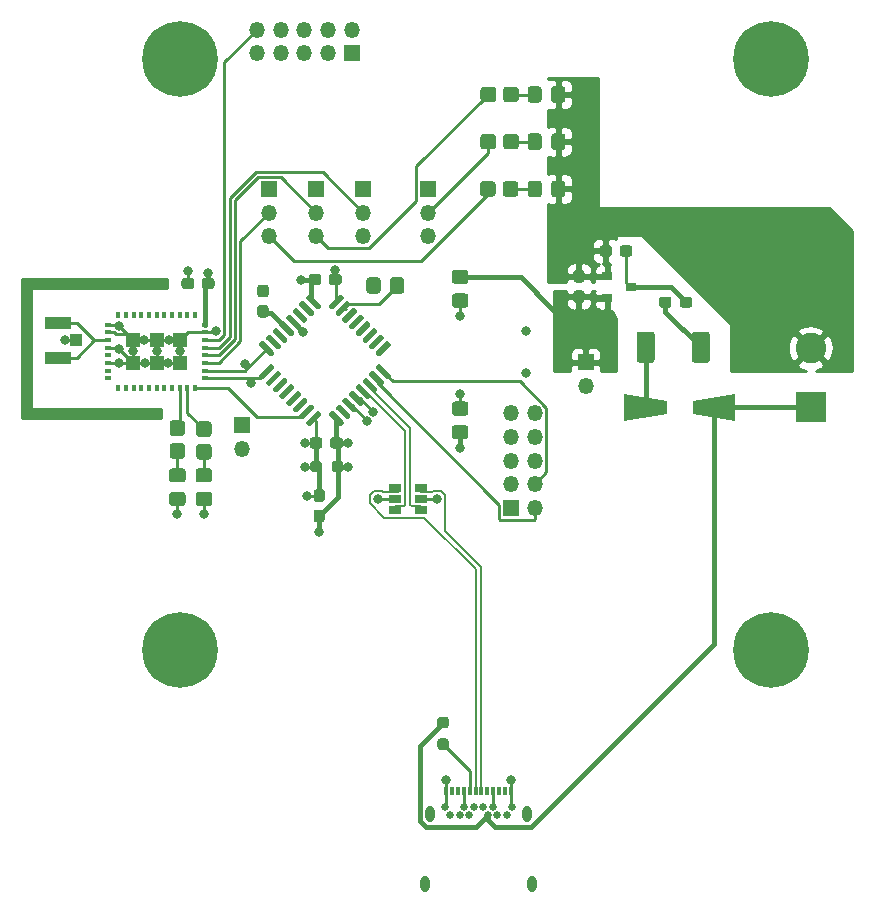
<source format=gbr>
%TF.GenerationSoftware,KiCad,Pcbnew,(5.1.10)-1*%
%TF.CreationDate,2021-07-04T14:07:10+01:00*%
%TF.ProjectId,Abhoinn_IoT_V2,4162686f-696e-46e5-9f49-6f545f56322e,rev?*%
%TF.SameCoordinates,Original*%
%TF.FileFunction,Copper,L1,Top*%
%TF.FilePolarity,Positive*%
%FSLAX46Y46*%
G04 Gerber Fmt 4.6, Leading zero omitted, Abs format (unit mm)*
G04 Created by KiCad (PCBNEW (5.1.10)-1) date 2021-07-04 14:07:10*
%MOMM*%
%LPD*%
G01*
G04 APERTURE LIST*
%TA.AperFunction,SMDPad,CuDef*%
%ADD10R,1.060000X0.650000*%
%TD*%
%TA.AperFunction,SMDPad,CuDef*%
%ADD11R,0.900000X0.800000*%
%TD*%
%TA.AperFunction,ComponentPad*%
%ADD12C,0.650000*%
%TD*%
%TA.AperFunction,ComponentPad*%
%ADD13O,0.800000X1.400000*%
%TD*%
%TA.AperFunction,SMDPad,CuDef*%
%ADD14R,0.300000X0.700000*%
%TD*%
%TA.AperFunction,ComponentPad*%
%ADD15O,1.350000X1.350000*%
%TD*%
%TA.AperFunction,ComponentPad*%
%ADD16R,1.350000X1.350000*%
%TD*%
%TA.AperFunction,ComponentPad*%
%ADD17C,2.600000*%
%TD*%
%TA.AperFunction,ComponentPad*%
%ADD18R,2.600000X2.600000*%
%TD*%
%TA.AperFunction,SMDPad,CuDef*%
%ADD19R,2.200000X1.050000*%
%TD*%
%TA.AperFunction,SMDPad,CuDef*%
%ADD20R,1.050000X1.000000*%
%TD*%
%TA.AperFunction,SMDPad,CuDef*%
%ADD21R,1.200000X1.200000*%
%TD*%
%TA.AperFunction,SMDPad,CuDef*%
%ADD22R,0.350000X0.500000*%
%TD*%
%TA.AperFunction,SMDPad,CuDef*%
%ADD23R,0.500000X0.350000*%
%TD*%
%TA.AperFunction,ComponentPad*%
%ADD24C,0.800000*%
%TD*%
%TA.AperFunction,ComponentPad*%
%ADD25C,6.400000*%
%TD*%
%TA.AperFunction,SMDPad,CuDef*%
%ADD26C,0.100000*%
%TD*%
%TA.AperFunction,ViaPad*%
%ADD27C,0.800000*%
%TD*%
%TA.AperFunction,Conductor*%
%ADD28C,0.250000*%
%TD*%
%TA.AperFunction,Conductor*%
%ADD29C,0.400000*%
%TD*%
%TA.AperFunction,Conductor*%
%ADD30C,0.450000*%
%TD*%
%TA.AperFunction,Conductor*%
%ADD31C,0.200000*%
%TD*%
%TA.AperFunction,Conductor*%
%ADD32C,0.254000*%
%TD*%
%TA.AperFunction,Conductor*%
%ADD33C,0.100000*%
%TD*%
G04 APERTURE END LIST*
%TO.P,U3,32*%
%TO.N,GND*%
%TA.AperFunction,SMDPad,CuDef*%
G36*
G01*
X144103554Y-76333095D02*
X144987437Y-75449212D01*
G75*
G02*
X145164213Y-75449212I88388J-88388D01*
G01*
X145340990Y-75625989D01*
G75*
G02*
X145340990Y-75802765I-88388J-88388D01*
G01*
X144457107Y-76686648D01*
G75*
G02*
X144280331Y-76686648I-88388J88388D01*
G01*
X144103554Y-76509871D01*
G75*
G02*
X144103554Y-76333095I88388J88388D01*
G01*
G37*
%TD.AperFunction*%
%TO.P,U3,31*%
%TO.N,BOOT0*%
%TA.AperFunction,SMDPad,CuDef*%
G36*
G01*
X144669239Y-76898781D02*
X145553122Y-76014898D01*
G75*
G02*
X145729898Y-76014898I88388J-88388D01*
G01*
X145906675Y-76191675D01*
G75*
G02*
X145906675Y-76368451I-88388J-88388D01*
G01*
X145022792Y-77252334D01*
G75*
G02*
X144846016Y-77252334I-88388J88388D01*
G01*
X144669239Y-77075557D01*
G75*
G02*
X144669239Y-76898781I88388J88388D01*
G01*
G37*
%TD.AperFunction*%
%TO.P,U3,30*%
%TO.N,Net-(U3-Pad30)*%
%TA.AperFunction,SMDPad,CuDef*%
G36*
G01*
X145234925Y-77464466D02*
X146118808Y-76580583D01*
G75*
G02*
X146295584Y-76580583I88388J-88388D01*
G01*
X146472361Y-76757360D01*
G75*
G02*
X146472361Y-76934136I-88388J-88388D01*
G01*
X145588478Y-77818019D01*
G75*
G02*
X145411702Y-77818019I-88388J88388D01*
G01*
X145234925Y-77641242D01*
G75*
G02*
X145234925Y-77464466I88388J88388D01*
G01*
G37*
%TD.AperFunction*%
%TO.P,U3,29*%
%TO.N,Net-(U3-Pad29)*%
%TA.AperFunction,SMDPad,CuDef*%
G36*
G01*
X145800610Y-78030151D02*
X146684493Y-77146268D01*
G75*
G02*
X146861269Y-77146268I88388J-88388D01*
G01*
X147038046Y-77323045D01*
G75*
G02*
X147038046Y-77499821I-88388J-88388D01*
G01*
X146154163Y-78383704D01*
G75*
G02*
X145977387Y-78383704I-88388J88388D01*
G01*
X145800610Y-78206927D01*
G75*
G02*
X145800610Y-78030151I88388J88388D01*
G01*
G37*
%TD.AperFunction*%
%TO.P,U3,28*%
%TO.N,Net-(U3-Pad28)*%
%TA.AperFunction,SMDPad,CuDef*%
G36*
G01*
X146366296Y-78595837D02*
X147250179Y-77711954D01*
G75*
G02*
X147426955Y-77711954I88388J-88388D01*
G01*
X147603732Y-77888731D01*
G75*
G02*
X147603732Y-78065507I-88388J-88388D01*
G01*
X146719849Y-78949390D01*
G75*
G02*
X146543073Y-78949390I-88388J88388D01*
G01*
X146366296Y-78772613D01*
G75*
G02*
X146366296Y-78595837I88388J88388D01*
G01*
G37*
%TD.AperFunction*%
%TO.P,U3,27*%
%TO.N,Net-(U3-Pad27)*%
%TA.AperFunction,SMDPad,CuDef*%
G36*
G01*
X146931981Y-79161522D02*
X147815864Y-78277639D01*
G75*
G02*
X147992640Y-78277639I88388J-88388D01*
G01*
X148169417Y-78454416D01*
G75*
G02*
X148169417Y-78631192I-88388J-88388D01*
G01*
X147285534Y-79515075D01*
G75*
G02*
X147108758Y-79515075I-88388J88388D01*
G01*
X146931981Y-79338298D01*
G75*
G02*
X146931981Y-79161522I88388J88388D01*
G01*
G37*
%TD.AperFunction*%
%TO.P,U3,26*%
%TO.N,Net-(U3-Pad26)*%
%TA.AperFunction,SMDPad,CuDef*%
G36*
G01*
X147497666Y-79727208D02*
X148381549Y-78843325D01*
G75*
G02*
X148558325Y-78843325I88388J-88388D01*
G01*
X148735102Y-79020102D01*
G75*
G02*
X148735102Y-79196878I-88388J-88388D01*
G01*
X147851219Y-80080761D01*
G75*
G02*
X147674443Y-80080761I-88388J88388D01*
G01*
X147497666Y-79903984D01*
G75*
G02*
X147497666Y-79727208I88388J88388D01*
G01*
G37*
%TD.AperFunction*%
%TO.P,U3,25*%
%TO.N,Net-(U3-Pad25)*%
%TA.AperFunction,SMDPad,CuDef*%
G36*
G01*
X148063352Y-80292893D02*
X148947235Y-79409010D01*
G75*
G02*
X149124011Y-79409010I88388J-88388D01*
G01*
X149300788Y-79585787D01*
G75*
G02*
X149300788Y-79762563I-88388J-88388D01*
G01*
X148416905Y-80646446D01*
G75*
G02*
X148240129Y-80646446I-88388J88388D01*
G01*
X148063352Y-80469669D01*
G75*
G02*
X148063352Y-80292893I88388J88388D01*
G01*
G37*
%TD.AperFunction*%
%TO.P,U3,24*%
%TO.N,SWCLK*%
%TA.AperFunction,SMDPad,CuDef*%
G36*
G01*
X148063352Y-81530331D02*
X148240129Y-81353554D01*
G75*
G02*
X148416905Y-81353554I88388J-88388D01*
G01*
X149300788Y-82237437D01*
G75*
G02*
X149300788Y-82414213I-88388J-88388D01*
G01*
X149124011Y-82590990D01*
G75*
G02*
X148947235Y-82590990I-88388J88388D01*
G01*
X148063352Y-81707107D01*
G75*
G02*
X148063352Y-81530331I88388J88388D01*
G01*
G37*
%TD.AperFunction*%
%TO.P,U3,23*%
%TO.N,SWDIO*%
%TA.AperFunction,SMDPad,CuDef*%
G36*
G01*
X147497666Y-82096016D02*
X147674443Y-81919239D01*
G75*
G02*
X147851219Y-81919239I88388J-88388D01*
G01*
X148735102Y-82803122D01*
G75*
G02*
X148735102Y-82979898I-88388J-88388D01*
G01*
X148558325Y-83156675D01*
G75*
G02*
X148381549Y-83156675I-88388J88388D01*
G01*
X147497666Y-82272792D01*
G75*
G02*
X147497666Y-82096016I88388J88388D01*
G01*
G37*
%TD.AperFunction*%
%TO.P,U3,22*%
%TO.N,USB_D-*%
%TA.AperFunction,SMDPad,CuDef*%
G36*
G01*
X146931981Y-82661702D02*
X147108758Y-82484925D01*
G75*
G02*
X147285534Y-82484925I88388J-88388D01*
G01*
X148169417Y-83368808D01*
G75*
G02*
X148169417Y-83545584I-88388J-88388D01*
G01*
X147992640Y-83722361D01*
G75*
G02*
X147815864Y-83722361I-88388J88388D01*
G01*
X146931981Y-82838478D01*
G75*
G02*
X146931981Y-82661702I88388J88388D01*
G01*
G37*
%TD.AperFunction*%
%TO.P,U3,21*%
%TO.N,USB_D+*%
%TA.AperFunction,SMDPad,CuDef*%
G36*
G01*
X146366296Y-83227387D02*
X146543073Y-83050610D01*
G75*
G02*
X146719849Y-83050610I88388J-88388D01*
G01*
X147603732Y-83934493D01*
G75*
G02*
X147603732Y-84111269I-88388J-88388D01*
G01*
X147426955Y-84288046D01*
G75*
G02*
X147250179Y-84288046I-88388J88388D01*
G01*
X146366296Y-83404163D01*
G75*
G02*
X146366296Y-83227387I88388J88388D01*
G01*
G37*
%TD.AperFunction*%
%TO.P,U3,20*%
%TO.N,PRESSURE_SDA*%
%TA.AperFunction,SMDPad,CuDef*%
G36*
G01*
X145800610Y-83793073D02*
X145977387Y-83616296D01*
G75*
G02*
X146154163Y-83616296I88388J-88388D01*
G01*
X147038046Y-84500179D01*
G75*
G02*
X147038046Y-84676955I-88388J-88388D01*
G01*
X146861269Y-84853732D01*
G75*
G02*
X146684493Y-84853732I-88388J88388D01*
G01*
X145800610Y-83969849D01*
G75*
G02*
X145800610Y-83793073I88388J88388D01*
G01*
G37*
%TD.AperFunction*%
%TO.P,U3,19*%
%TO.N,PRESSURE_SCL*%
%TA.AperFunction,SMDPad,CuDef*%
G36*
G01*
X145234925Y-84358758D02*
X145411702Y-84181981D01*
G75*
G02*
X145588478Y-84181981I88388J-88388D01*
G01*
X146472361Y-85065864D01*
G75*
G02*
X146472361Y-85242640I-88388J-88388D01*
G01*
X146295584Y-85419417D01*
G75*
G02*
X146118808Y-85419417I-88388J88388D01*
G01*
X145234925Y-84535534D01*
G75*
G02*
X145234925Y-84358758I88388J88388D01*
G01*
G37*
%TD.AperFunction*%
%TO.P,U3,18*%
%TO.N,Net-(U3-Pad18)*%
%TA.AperFunction,SMDPad,CuDef*%
G36*
G01*
X144669239Y-84924443D02*
X144846016Y-84747666D01*
G75*
G02*
X145022792Y-84747666I88388J-88388D01*
G01*
X145906675Y-85631549D01*
G75*
G02*
X145906675Y-85808325I-88388J-88388D01*
G01*
X145729898Y-85985102D01*
G75*
G02*
X145553122Y-85985102I-88388J88388D01*
G01*
X144669239Y-85101219D01*
G75*
G02*
X144669239Y-84924443I88388J88388D01*
G01*
G37*
%TD.AperFunction*%
%TO.P,U3,17*%
%TO.N,+3V3*%
%TA.AperFunction,SMDPad,CuDef*%
G36*
G01*
X144103554Y-85490129D02*
X144280331Y-85313352D01*
G75*
G02*
X144457107Y-85313352I88388J-88388D01*
G01*
X145340990Y-86197235D01*
G75*
G02*
X145340990Y-86374011I-88388J-88388D01*
G01*
X145164213Y-86550788D01*
G75*
G02*
X144987437Y-86550788I-88388J88388D01*
G01*
X144103554Y-85666905D01*
G75*
G02*
X144103554Y-85490129I88388J88388D01*
G01*
G37*
%TD.AperFunction*%
%TO.P,U3,16*%
%TO.N,GND*%
%TA.AperFunction,SMDPad,CuDef*%
G36*
G01*
X142159010Y-86197235D02*
X143042893Y-85313352D01*
G75*
G02*
X143219669Y-85313352I88388J-88388D01*
G01*
X143396446Y-85490129D01*
G75*
G02*
X143396446Y-85666905I-88388J-88388D01*
G01*
X142512563Y-86550788D01*
G75*
G02*
X142335787Y-86550788I-88388J88388D01*
G01*
X142159010Y-86374011D01*
G75*
G02*
X142159010Y-86197235I88388J88388D01*
G01*
G37*
%TD.AperFunction*%
%TO.P,U3,15*%
%TO.N,DEEP_SLEEP_WAKUP*%
%TA.AperFunction,SMDPad,CuDef*%
G36*
G01*
X141593325Y-85631549D02*
X142477208Y-84747666D01*
G75*
G02*
X142653984Y-84747666I88388J-88388D01*
G01*
X142830761Y-84924443D01*
G75*
G02*
X142830761Y-85101219I-88388J-88388D01*
G01*
X141946878Y-85985102D01*
G75*
G02*
X141770102Y-85985102I-88388J88388D01*
G01*
X141593325Y-85808325D01*
G75*
G02*
X141593325Y-85631549I88388J88388D01*
G01*
G37*
%TD.AperFunction*%
%TO.P,U3,14*%
%TO.N,Net-(U3-Pad14)*%
%TA.AperFunction,SMDPad,CuDef*%
G36*
G01*
X141027639Y-85065864D02*
X141911522Y-84181981D01*
G75*
G02*
X142088298Y-84181981I88388J-88388D01*
G01*
X142265075Y-84358758D01*
G75*
G02*
X142265075Y-84535534I-88388J-88388D01*
G01*
X141381192Y-85419417D01*
G75*
G02*
X141204416Y-85419417I-88388J88388D01*
G01*
X141027639Y-85242640D01*
G75*
G02*
X141027639Y-85065864I88388J88388D01*
G01*
G37*
%TD.AperFunction*%
%TO.P,U3,13*%
%TO.N,Net-(U3-Pad13)*%
%TA.AperFunction,SMDPad,CuDef*%
G36*
G01*
X140461954Y-84500179D02*
X141345837Y-83616296D01*
G75*
G02*
X141522613Y-83616296I88388J-88388D01*
G01*
X141699390Y-83793073D01*
G75*
G02*
X141699390Y-83969849I-88388J-88388D01*
G01*
X140815507Y-84853732D01*
G75*
G02*
X140638731Y-84853732I-88388J88388D01*
G01*
X140461954Y-84676955D01*
G75*
G02*
X140461954Y-84500179I88388J88388D01*
G01*
G37*
%TD.AperFunction*%
%TO.P,U3,12*%
%TO.N,Net-(U3-Pad12)*%
%TA.AperFunction,SMDPad,CuDef*%
G36*
G01*
X139896268Y-83934493D02*
X140780151Y-83050610D01*
G75*
G02*
X140956927Y-83050610I88388J-88388D01*
G01*
X141133704Y-83227387D01*
G75*
G02*
X141133704Y-83404163I-88388J-88388D01*
G01*
X140249821Y-84288046D01*
G75*
G02*
X140073045Y-84288046I-88388J88388D01*
G01*
X139896268Y-84111269D01*
G75*
G02*
X139896268Y-83934493I88388J88388D01*
G01*
G37*
%TD.AperFunction*%
%TO.P,U3,11*%
%TO.N,Net-(U3-Pad11)*%
%TA.AperFunction,SMDPad,CuDef*%
G36*
G01*
X139330583Y-83368808D02*
X140214466Y-82484925D01*
G75*
G02*
X140391242Y-82484925I88388J-88388D01*
G01*
X140568019Y-82661702D01*
G75*
G02*
X140568019Y-82838478I-88388J-88388D01*
G01*
X139684136Y-83722361D01*
G75*
G02*
X139507360Y-83722361I-88388J88388D01*
G01*
X139330583Y-83545584D01*
G75*
G02*
X139330583Y-83368808I88388J88388D01*
G01*
G37*
%TD.AperFunction*%
%TO.P,U3,10*%
%TO.N,Net-(U3-Pad10)*%
%TA.AperFunction,SMDPad,CuDef*%
G36*
G01*
X138764898Y-82803122D02*
X139648781Y-81919239D01*
G75*
G02*
X139825557Y-81919239I88388J-88388D01*
G01*
X140002334Y-82096016D01*
G75*
G02*
X140002334Y-82272792I-88388J-88388D01*
G01*
X139118451Y-83156675D01*
G75*
G02*
X138941675Y-83156675I-88388J88388D01*
G01*
X138764898Y-82979898D01*
G75*
G02*
X138764898Y-82803122I88388J88388D01*
G01*
G37*
%TD.AperFunction*%
%TO.P,U3,9*%
%TO.N,LPUART1_RX*%
%TA.AperFunction,SMDPad,CuDef*%
G36*
G01*
X138199212Y-82237437D02*
X139083095Y-81353554D01*
G75*
G02*
X139259871Y-81353554I88388J-88388D01*
G01*
X139436648Y-81530331D01*
G75*
G02*
X139436648Y-81707107I-88388J-88388D01*
G01*
X138552765Y-82590990D01*
G75*
G02*
X138375989Y-82590990I-88388J88388D01*
G01*
X138199212Y-82414213D01*
G75*
G02*
X138199212Y-82237437I88388J88388D01*
G01*
G37*
%TD.AperFunction*%
%TO.P,U3,8*%
%TO.N,LPUART1_TX*%
%TA.AperFunction,SMDPad,CuDef*%
G36*
G01*
X138199212Y-79585787D02*
X138375989Y-79409010D01*
G75*
G02*
X138552765Y-79409010I88388J-88388D01*
G01*
X139436648Y-80292893D01*
G75*
G02*
X139436648Y-80469669I-88388J-88388D01*
G01*
X139259871Y-80646446D01*
G75*
G02*
X139083095Y-80646446I-88388J88388D01*
G01*
X138199212Y-79762563D01*
G75*
G02*
X138199212Y-79585787I88388J88388D01*
G01*
G37*
%TD.AperFunction*%
%TO.P,U3,7*%
%TO.N,Net-(U3-Pad7)*%
%TA.AperFunction,SMDPad,CuDef*%
G36*
G01*
X138764898Y-79020102D02*
X138941675Y-78843325D01*
G75*
G02*
X139118451Y-78843325I88388J-88388D01*
G01*
X140002334Y-79727208D01*
G75*
G02*
X140002334Y-79903984I-88388J-88388D01*
G01*
X139825557Y-80080761D01*
G75*
G02*
X139648781Y-80080761I-88388J88388D01*
G01*
X138764898Y-79196878D01*
G75*
G02*
X138764898Y-79020102I88388J88388D01*
G01*
G37*
%TD.AperFunction*%
%TO.P,U3,6*%
%TO.N,Net-(U3-Pad6)*%
%TA.AperFunction,SMDPad,CuDef*%
G36*
G01*
X139330583Y-78454416D02*
X139507360Y-78277639D01*
G75*
G02*
X139684136Y-78277639I88388J-88388D01*
G01*
X140568019Y-79161522D01*
G75*
G02*
X140568019Y-79338298I-88388J-88388D01*
G01*
X140391242Y-79515075D01*
G75*
G02*
X140214466Y-79515075I-88388J88388D01*
G01*
X139330583Y-78631192D01*
G75*
G02*
X139330583Y-78454416I88388J88388D01*
G01*
G37*
%TD.AperFunction*%
%TO.P,U3,5*%
%TO.N,+3V3*%
%TA.AperFunction,SMDPad,CuDef*%
G36*
G01*
X139896268Y-77888731D02*
X140073045Y-77711954D01*
G75*
G02*
X140249821Y-77711954I88388J-88388D01*
G01*
X141133704Y-78595837D01*
G75*
G02*
X141133704Y-78772613I-88388J-88388D01*
G01*
X140956927Y-78949390D01*
G75*
G02*
X140780151Y-78949390I-88388J88388D01*
G01*
X139896268Y-78065507D01*
G75*
G02*
X139896268Y-77888731I88388J88388D01*
G01*
G37*
%TD.AperFunction*%
%TO.P,U3,4*%
%TO.N,NRST*%
%TA.AperFunction,SMDPad,CuDef*%
G36*
G01*
X140461954Y-77323045D02*
X140638731Y-77146268D01*
G75*
G02*
X140815507Y-77146268I88388J-88388D01*
G01*
X141699390Y-78030151D01*
G75*
G02*
X141699390Y-78206927I-88388J-88388D01*
G01*
X141522613Y-78383704D01*
G75*
G02*
X141345837Y-78383704I-88388J88388D01*
G01*
X140461954Y-77499821D01*
G75*
G02*
X140461954Y-77323045I88388J88388D01*
G01*
G37*
%TD.AperFunction*%
%TO.P,U3,3*%
%TO.N,Net-(U3-Pad3)*%
%TA.AperFunction,SMDPad,CuDef*%
G36*
G01*
X141027639Y-76757360D02*
X141204416Y-76580583D01*
G75*
G02*
X141381192Y-76580583I88388J-88388D01*
G01*
X142265075Y-77464466D01*
G75*
G02*
X142265075Y-77641242I-88388J-88388D01*
G01*
X142088298Y-77818019D01*
G75*
G02*
X141911522Y-77818019I-88388J88388D01*
G01*
X141027639Y-76934136D01*
G75*
G02*
X141027639Y-76757360I88388J88388D01*
G01*
G37*
%TD.AperFunction*%
%TO.P,U3,2*%
%TO.N,Net-(U3-Pad2)*%
%TA.AperFunction,SMDPad,CuDef*%
G36*
G01*
X141593325Y-76191675D02*
X141770102Y-76014898D01*
G75*
G02*
X141946878Y-76014898I88388J-88388D01*
G01*
X142830761Y-76898781D01*
G75*
G02*
X142830761Y-77075557I-88388J-88388D01*
G01*
X142653984Y-77252334D01*
G75*
G02*
X142477208Y-77252334I-88388J88388D01*
G01*
X141593325Y-76368451D01*
G75*
G02*
X141593325Y-76191675I88388J88388D01*
G01*
G37*
%TD.AperFunction*%
%TO.P,U3,1*%
%TO.N,+3V3*%
%TA.AperFunction,SMDPad,CuDef*%
G36*
G01*
X142159010Y-75625989D02*
X142335787Y-75449212D01*
G75*
G02*
X142512563Y-75449212I88388J-88388D01*
G01*
X143396446Y-76333095D01*
G75*
G02*
X143396446Y-76509871I-88388J-88388D01*
G01*
X143219669Y-76686648D01*
G75*
G02*
X143042893Y-76686648I-88388J88388D01*
G01*
X142159010Y-75802765D01*
G75*
G02*
X142159010Y-75625989I88388J88388D01*
G01*
G37*
%TD.AperFunction*%
%TD*%
D10*
%TO.P,U2,5*%
%TO.N,Net-(U2-Pad5)*%
X151850000Y-92750000D03*
%TO.P,U2,6*%
%TO.N,D-*%
X151850000Y-91800000D03*
%TO.P,U2,4*%
%TO.N,USB_D-*%
X151850000Y-93700000D03*
%TO.P,U2,3*%
%TO.N,USB_D+*%
X149650000Y-93700000D03*
%TO.P,U2,2*%
%TO.N,Net-(U2-Pad2)*%
X149650000Y-92750000D03*
%TO.P,U2,1*%
%TO.N,D+*%
X149650000Y-91800000D03*
%TD*%
D11*
%TO.P,U1,3*%
%TO.N,Net-(C6-Pad1)*%
X169630000Y-74820000D03*
%TO.P,U1,2*%
%TO.N,+3V3*%
X167630000Y-75770000D03*
%TO.P,U1,1*%
%TO.N,GND*%
X167630000Y-73870000D03*
%TD*%
%TO.P,R9,2*%
%TO.N,Net-(P1-PadA5)*%
%TA.AperFunction,SMDPad,CuDef*%
G36*
G01*
X153512500Y-113012500D02*
X153987500Y-113012500D01*
G75*
G02*
X154225000Y-113250000I0J-237500D01*
G01*
X154225000Y-113750000D01*
G75*
G02*
X153987500Y-113987500I-237500J0D01*
G01*
X153512500Y-113987500D01*
G75*
G02*
X153275000Y-113750000I0J237500D01*
G01*
X153275000Y-113250000D01*
G75*
G02*
X153512500Y-113012500I237500J0D01*
G01*
G37*
%TD.AperFunction*%
%TO.P,R9,1*%
%TO.N,+5V*%
%TA.AperFunction,SMDPad,CuDef*%
G36*
G01*
X153512500Y-111187500D02*
X153987500Y-111187500D01*
G75*
G02*
X154225000Y-111425000I0J-237500D01*
G01*
X154225000Y-111925000D01*
G75*
G02*
X153987500Y-112162500I-237500J0D01*
G01*
X153512500Y-112162500D01*
G75*
G02*
X153275000Y-111925000I0J237500D01*
G01*
X153275000Y-111425000D01*
G75*
G02*
X153512500Y-111187500I237500J0D01*
G01*
G37*
%TD.AperFunction*%
%TD*%
%TO.P,R8,2*%
%TO.N,GND*%
%TA.AperFunction,SMDPad,CuDef*%
G36*
G01*
X133049999Y-92150000D02*
X133950001Y-92150000D01*
G75*
G02*
X134200000Y-92399999I0J-249999D01*
G01*
X134200000Y-93100001D01*
G75*
G02*
X133950001Y-93350000I-249999J0D01*
G01*
X133049999Y-93350000D01*
G75*
G02*
X132800000Y-93100001I0J249999D01*
G01*
X132800000Y-92399999D01*
G75*
G02*
X133049999Y-92150000I249999J0D01*
G01*
G37*
%TD.AperFunction*%
%TO.P,R8,1*%
%TO.N,Net-(D6-Pad1)*%
%TA.AperFunction,SMDPad,CuDef*%
G36*
G01*
X133049999Y-90150000D02*
X133950001Y-90150000D01*
G75*
G02*
X134200000Y-90399999I0J-249999D01*
G01*
X134200000Y-91100001D01*
G75*
G02*
X133950001Y-91350000I-249999J0D01*
G01*
X133049999Y-91350000D01*
G75*
G02*
X132800000Y-91100001I0J249999D01*
G01*
X132800000Y-90399999D01*
G75*
G02*
X133049999Y-90150000I249999J0D01*
G01*
G37*
%TD.AperFunction*%
%TD*%
%TO.P,R7,2*%
%TO.N,GND*%
%TA.AperFunction,SMDPad,CuDef*%
G36*
G01*
X130799999Y-92150000D02*
X131700001Y-92150000D01*
G75*
G02*
X131950000Y-92399999I0J-249999D01*
G01*
X131950000Y-93100001D01*
G75*
G02*
X131700001Y-93350000I-249999J0D01*
G01*
X130799999Y-93350000D01*
G75*
G02*
X130550000Y-93100001I0J249999D01*
G01*
X130550000Y-92399999D01*
G75*
G02*
X130799999Y-92150000I249999J0D01*
G01*
G37*
%TD.AperFunction*%
%TO.P,R7,1*%
%TO.N,Net-(D5-Pad1)*%
%TA.AperFunction,SMDPad,CuDef*%
G36*
G01*
X130799999Y-90150000D02*
X131700001Y-90150000D01*
G75*
G02*
X131950000Y-90399999I0J-249999D01*
G01*
X131950000Y-91100001D01*
G75*
G02*
X131700001Y-91350000I-249999J0D01*
G01*
X130799999Y-91350000D01*
G75*
G02*
X130550000Y-91100001I0J249999D01*
G01*
X130550000Y-90399999D01*
G75*
G02*
X130799999Y-90150000I249999J0D01*
G01*
G37*
%TD.AperFunction*%
%TD*%
%TO.P,R6,2*%
%TO.N,PRESSURE_SDA*%
%TA.AperFunction,SMDPad,CuDef*%
G36*
G01*
X154743999Y-75346000D02*
X155644001Y-75346000D01*
G75*
G02*
X155894000Y-75595999I0J-249999D01*
G01*
X155894000Y-76296001D01*
G75*
G02*
X155644001Y-76546000I-249999J0D01*
G01*
X154743999Y-76546000D01*
G75*
G02*
X154494000Y-76296001I0J249999D01*
G01*
X154494000Y-75595999D01*
G75*
G02*
X154743999Y-75346000I249999J0D01*
G01*
G37*
%TD.AperFunction*%
%TO.P,R6,1*%
%TO.N,+3V3*%
%TA.AperFunction,SMDPad,CuDef*%
G36*
G01*
X154743999Y-73346000D02*
X155644001Y-73346000D01*
G75*
G02*
X155894000Y-73595999I0J-249999D01*
G01*
X155894000Y-74296001D01*
G75*
G02*
X155644001Y-74546000I-249999J0D01*
G01*
X154743999Y-74546000D01*
G75*
G02*
X154494000Y-74296001I0J249999D01*
G01*
X154494000Y-73595999D01*
G75*
G02*
X154743999Y-73346000I249999J0D01*
G01*
G37*
%TD.AperFunction*%
%TD*%
%TO.P,R5,2*%
%TO.N,PRESSURE_SCL*%
%TA.AperFunction,SMDPad,CuDef*%
G36*
G01*
X155644001Y-85690000D02*
X154743999Y-85690000D01*
G75*
G02*
X154494000Y-85440001I0J249999D01*
G01*
X154494000Y-84739999D01*
G75*
G02*
X154743999Y-84490000I249999J0D01*
G01*
X155644001Y-84490000D01*
G75*
G02*
X155894000Y-84739999I0J-249999D01*
G01*
X155894000Y-85440001D01*
G75*
G02*
X155644001Y-85690000I-249999J0D01*
G01*
G37*
%TD.AperFunction*%
%TO.P,R5,1*%
%TO.N,+3V3*%
%TA.AperFunction,SMDPad,CuDef*%
G36*
G01*
X155644001Y-87690000D02*
X154743999Y-87690000D01*
G75*
G02*
X154494000Y-87440001I0J249999D01*
G01*
X154494000Y-86739999D01*
G75*
G02*
X154743999Y-86490000I249999J0D01*
G01*
X155644001Y-86490000D01*
G75*
G02*
X155894000Y-86739999I0J-249999D01*
G01*
X155894000Y-87440001D01*
G75*
G02*
X155644001Y-87690000I-249999J0D01*
G01*
G37*
%TD.AperFunction*%
%TD*%
%TO.P,R4,2*%
%TO.N,GND*%
%TA.AperFunction,SMDPad,CuDef*%
G36*
G01*
X162900000Y-62950001D02*
X162900000Y-62049999D01*
G75*
G02*
X163149999Y-61800000I249999J0D01*
G01*
X163850001Y-61800000D01*
G75*
G02*
X164100000Y-62049999I0J-249999D01*
G01*
X164100000Y-62950001D01*
G75*
G02*
X163850001Y-63200000I-249999J0D01*
G01*
X163149999Y-63200000D01*
G75*
G02*
X162900000Y-62950001I0J249999D01*
G01*
G37*
%TD.AperFunction*%
%TO.P,R4,1*%
%TO.N,Net-(D4-Pad1)*%
%TA.AperFunction,SMDPad,CuDef*%
G36*
G01*
X160900000Y-62950001D02*
X160900000Y-62049999D01*
G75*
G02*
X161149999Y-61800000I249999J0D01*
G01*
X161850001Y-61800000D01*
G75*
G02*
X162100000Y-62049999I0J-249999D01*
G01*
X162100000Y-62950001D01*
G75*
G02*
X161850001Y-63200000I-249999J0D01*
G01*
X161149999Y-63200000D01*
G75*
G02*
X160900000Y-62950001I0J249999D01*
G01*
G37*
%TD.AperFunction*%
%TD*%
%TO.P,R3,2*%
%TO.N,GND*%
%TA.AperFunction,SMDPad,CuDef*%
G36*
G01*
X162900000Y-58950001D02*
X162900000Y-58049999D01*
G75*
G02*
X163149999Y-57800000I249999J0D01*
G01*
X163850001Y-57800000D01*
G75*
G02*
X164100000Y-58049999I0J-249999D01*
G01*
X164100000Y-58950001D01*
G75*
G02*
X163850001Y-59200000I-249999J0D01*
G01*
X163149999Y-59200000D01*
G75*
G02*
X162900000Y-58950001I0J249999D01*
G01*
G37*
%TD.AperFunction*%
%TO.P,R3,1*%
%TO.N,Net-(D3-Pad1)*%
%TA.AperFunction,SMDPad,CuDef*%
G36*
G01*
X160900000Y-58950001D02*
X160900000Y-58049999D01*
G75*
G02*
X161149999Y-57800000I249999J0D01*
G01*
X161850001Y-57800000D01*
G75*
G02*
X162100000Y-58049999I0J-249999D01*
G01*
X162100000Y-58950001D01*
G75*
G02*
X161850001Y-59200000I-249999J0D01*
G01*
X161149999Y-59200000D01*
G75*
G02*
X160900000Y-58950001I0J249999D01*
G01*
G37*
%TD.AperFunction*%
%TD*%
%TO.P,R2,2*%
%TO.N,GND*%
%TA.AperFunction,SMDPad,CuDef*%
G36*
G01*
X162900000Y-66950001D02*
X162900000Y-66049999D01*
G75*
G02*
X163149999Y-65800000I249999J0D01*
G01*
X163850001Y-65800000D01*
G75*
G02*
X164100000Y-66049999I0J-249999D01*
G01*
X164100000Y-66950001D01*
G75*
G02*
X163850001Y-67200000I-249999J0D01*
G01*
X163149999Y-67200000D01*
G75*
G02*
X162900000Y-66950001I0J249999D01*
G01*
G37*
%TD.AperFunction*%
%TO.P,R2,1*%
%TO.N,Net-(D2-Pad1)*%
%TA.AperFunction,SMDPad,CuDef*%
G36*
G01*
X160900000Y-66950001D02*
X160900000Y-66049999D01*
G75*
G02*
X161149999Y-65800000I249999J0D01*
G01*
X161850001Y-65800000D01*
G75*
G02*
X162100000Y-66049999I0J-249999D01*
G01*
X162100000Y-66950001D01*
G75*
G02*
X161850001Y-67200000I-249999J0D01*
G01*
X161149999Y-67200000D01*
G75*
G02*
X160900000Y-66950001I0J249999D01*
G01*
G37*
%TD.AperFunction*%
%TD*%
%TO.P,R1,2*%
%TO.N,BOOT0*%
%TA.AperFunction,SMDPad,CuDef*%
G36*
G01*
X149260000Y-75126001D02*
X149260000Y-74225999D01*
G75*
G02*
X149509999Y-73976000I249999J0D01*
G01*
X150210001Y-73976000D01*
G75*
G02*
X150460000Y-74225999I0J-249999D01*
G01*
X150460000Y-75126001D01*
G75*
G02*
X150210001Y-75376000I-249999J0D01*
G01*
X149509999Y-75376000D01*
G75*
G02*
X149260000Y-75126001I0J249999D01*
G01*
G37*
%TD.AperFunction*%
%TO.P,R1,1*%
%TO.N,Net-(D4-Pad2)*%
%TA.AperFunction,SMDPad,CuDef*%
G36*
G01*
X147260000Y-75126001D02*
X147260000Y-74225999D01*
G75*
G02*
X147509999Y-73976000I249999J0D01*
G01*
X148210001Y-73976000D01*
G75*
G02*
X148460000Y-74225999I0J-249999D01*
G01*
X148460000Y-75126001D01*
G75*
G02*
X148210001Y-75376000I-249999J0D01*
G01*
X147509999Y-75376000D01*
G75*
G02*
X147260000Y-75126001I0J249999D01*
G01*
G37*
%TD.AperFunction*%
%TD*%
D12*
%TO.P,P1,B11*%
%TO.N,N/C*%
X154350000Y-119490000D03*
%TO.P,P1,B10*%
X155150000Y-119490000D03*
%TO.P,P1,B8*%
X155950000Y-119490000D03*
%TO.P,P1,B5*%
%TO.N,+5V*%
X157550000Y-119490000D03*
%TO.P,P1,B3*%
%TO.N,N/C*%
X158350000Y-119490000D03*
%TO.P,P1,B2*%
X159150000Y-119490000D03*
%TO.P,P1,B12*%
%TO.N,GND*%
X153950000Y-118790000D03*
%TO.P,P1,B9*%
%TO.N,Net-(P1-PadA4)*%
X155550000Y-118790000D03*
%TO.P,P1,B7*%
%TO.N,N/C*%
X156350000Y-118790000D03*
%TO.P,P1,B6*%
X157150000Y-118790000D03*
%TO.P,P1,B4*%
%TO.N,Net-(P1-PadA4)*%
X157950000Y-118790000D03*
%TO.P,P1,B1*%
%TO.N,GND*%
X159550000Y-118790000D03*
D13*
%TO.P,P1,S1*%
%TO.N,Net-(P1-PadS1)*%
X152260000Y-125340000D03*
X161240000Y-125340000D03*
X160880000Y-119390000D03*
D14*
%TO.P,P1,A11*%
%TO.N,N/C*%
X159000000Y-117480000D03*
%TO.P,P1,A8*%
X157500000Y-117480000D03*
%TO.P,P1,A9*%
%TO.N,Net-(P1-PadA4)*%
X158000000Y-117480000D03*
%TO.P,P1,A10*%
%TO.N,N/C*%
X158500000Y-117480000D03*
%TO.P,P1,A12*%
%TO.N,GND*%
X159500000Y-117480000D03*
%TO.P,P1,A7*%
%TO.N,D-*%
X157000000Y-117480000D03*
%TO.P,P1,A6*%
%TO.N,D+*%
X156500000Y-117480000D03*
%TO.P,P1,A5*%
%TO.N,Net-(P1-PadA5)*%
X156000000Y-117480000D03*
%TO.P,P1,A4*%
%TO.N,Net-(P1-PadA4)*%
X155500000Y-117480000D03*
%TO.P,P1,A3*%
%TO.N,N/C*%
X155000000Y-117480000D03*
%TO.P,P1,A2*%
X154500000Y-117480000D03*
%TO.P,P1,A1*%
%TO.N,GND*%
X154000000Y-117480000D03*
D13*
%TO.P,P1,S1*%
%TO.N,Net-(P1-PadS1)*%
X152620000Y-119390000D03*
%TD*%
D15*
%TO.P,JP4,3*%
%TO.N,GND*%
X152500000Y-70500000D03*
%TO.P,JP4,2*%
%TO.N,Net-(D4-Pad2)*%
X152500000Y-68500000D03*
D16*
%TO.P,JP4,1*%
%TO.N,+3V3*%
X152500000Y-66500000D03*
%TD*%
D15*
%TO.P,JP3,3*%
%TO.N,GND*%
X147000000Y-70500000D03*
%TO.P,JP3,2*%
%TO.N,DBG_EN*%
X147000000Y-68500000D03*
D16*
%TO.P,JP3,1*%
%TO.N,+3V3*%
X147000000Y-66500000D03*
%TD*%
D15*
%TO.P,JP2,3*%
%TO.N,LED_RX*%
X139000000Y-70500000D03*
%TO.P,JP2,2*%
%TO.N,RX_LED+DBG_DATA*%
X139000000Y-68500000D03*
D16*
%TO.P,JP2,1*%
%TO.N,TS_DBG_DATA*%
X139000000Y-66500000D03*
%TD*%
D15*
%TO.P,JP1,3*%
%TO.N,LED_TX*%
X143000000Y-70500000D03*
%TO.P,JP1,2*%
%TO.N,TX_LED+DBG_CLK*%
X143000000Y-68500000D03*
D16*
%TO.P,JP1,1*%
%TO.N,TS_DBG_CLK*%
X143000000Y-66500000D03*
%TD*%
D17*
%TO.P,J6,2*%
%TO.N,GND*%
X184870000Y-79980000D03*
D18*
%TO.P,J6,1*%
%TO.N,+5V*%
X184870000Y-84980000D03*
%TD*%
D19*
%TO.P,J5,2*%
%TO.N,Net-(IC1-Pad3)*%
X121124980Y-80783220D03*
D20*
%TO.P,J5,1*%
%TO.N,GND*%
X122649980Y-79308220D03*
D19*
%TO.P,J5,2*%
%TO.N,Net-(IC1-Pad3)*%
X121124980Y-77833220D03*
%TD*%
D15*
%TO.P,J4,10*%
%TO.N,RESET_N*%
X138000000Y-53000000D03*
%TO.P,J4,9*%
%TO.N,GND*%
X138000000Y-55000000D03*
%TO.P,J4,8*%
%TO.N,Net-(J4-Pad8)*%
X140000000Y-53000000D03*
%TO.P,J4,7*%
%TO.N,Net-(J4-Pad7)*%
X140000000Y-55000000D03*
%TO.P,J4,6*%
%TO.N,Net-(J4-Pad6)*%
X142000000Y-53000000D03*
%TO.P,J4,5*%
%TO.N,GND*%
X142000000Y-55000000D03*
%TO.P,J4,4*%
%TO.N,TS_DBG_CLK*%
X144000000Y-53000000D03*
%TO.P,J4,3*%
%TO.N,GND*%
X144000000Y-55000000D03*
%TO.P,J4,2*%
%TO.N,TS_DBG_DATA*%
X146000000Y-53000000D03*
D16*
%TO.P,J4,1*%
%TO.N,+3V3*%
X146000000Y-55000000D03*
%TD*%
D15*
%TO.P,J3,10*%
%TO.N,NRST*%
X161500000Y-85500000D03*
%TO.P,J3,9*%
%TO.N,GND*%
X159500000Y-85500000D03*
%TO.P,J3,8*%
%TO.N,Net-(J3-Pad8)*%
X161500000Y-87500000D03*
%TO.P,J3,7*%
%TO.N,Net-(J3-Pad7)*%
X159500000Y-87500000D03*
%TO.P,J3,6*%
%TO.N,Net-(J3-Pad6)*%
X161500000Y-89500000D03*
%TO.P,J3,5*%
%TO.N,GND*%
X159500000Y-89500000D03*
%TO.P,J3,4*%
%TO.N,SWCLK*%
X161500000Y-91500000D03*
%TO.P,J3,3*%
%TO.N,GND*%
X159500000Y-91500000D03*
%TO.P,J3,2*%
%TO.N,SWDIO*%
X161500000Y-93500000D03*
D16*
%TO.P,J3,1*%
%TO.N,+3V3*%
X159500000Y-93500000D03*
%TD*%
D15*
%TO.P,J2,2*%
%TO.N,LPUART1_TX*%
X136750000Y-88500000D03*
D16*
%TO.P,J2,1*%
%TO.N,LPUART1_RX*%
X136750000Y-86500000D03*
%TD*%
D15*
%TO.P,J1,2*%
%TO.N,GND*%
X165820000Y-83170000D03*
D16*
%TO.P,J1,1*%
%TO.N,+3V3*%
X165820000Y-81170000D03*
%TD*%
D21*
%TO.P,IC1,44*%
%TO.N,GND*%
X131500000Y-81250000D03*
%TO.P,IC1,43*%
X131500000Y-79250000D03*
%TO.P,IC1,42*%
X129500000Y-81250000D03*
%TO.P,IC1,41*%
X129500000Y-79250000D03*
%TO.P,IC1,40*%
X127500000Y-81250000D03*
%TO.P,IC1,39*%
X127500000Y-79250000D03*
D22*
%TO.P,IC1,38*%
%TO.N,Net-(IC1-Pad38)*%
X126250000Y-77150000D03*
%TO.P,IC1,37*%
%TO.N,Net-(IC1-Pad37)*%
X126900000Y-77150000D03*
%TO.P,IC1,36*%
%TO.N,Net-(IC1-Pad36)*%
X127550000Y-77150000D03*
%TO.P,IC1,35*%
%TO.N,Net-(IC1-Pad35)*%
X128200000Y-77150000D03*
%TO.P,IC1,34*%
%TO.N,Net-(IC1-Pad34)*%
X128850000Y-77150000D03*
%TO.P,IC1,33*%
%TO.N,Net-(IC1-Pad33)*%
X129500000Y-77150000D03*
%TO.P,IC1,32*%
%TO.N,Net-(IC1-Pad32)*%
X130150000Y-77150000D03*
%TO.P,IC1,31*%
%TO.N,Net-(IC1-Pad31)*%
X130800000Y-77150000D03*
%TO.P,IC1,30*%
%TO.N,Net-(IC1-Pad30)*%
X131450000Y-77150000D03*
%TO.P,IC1,29*%
%TO.N,Net-(IC1-Pad29)*%
X132100000Y-77150000D03*
%TO.P,IC1,28*%
%TO.N,Net-(IC1-Pad28)*%
X132750000Y-77150000D03*
D23*
%TO.P,IC1,27*%
%TO.N,+3V3*%
X133600000Y-77975000D03*
%TO.P,IC1,26*%
%TO.N,GND*%
X133600000Y-78625000D03*
%TO.P,IC1,25*%
%TO.N,RESET_N*%
X133600000Y-79275000D03*
%TO.P,IC1,24*%
%TO.N,DBG_EN*%
X133600000Y-79925000D03*
%TO.P,IC1,23*%
%TO.N,TX_LED+DBG_CLK*%
X133600000Y-80575000D03*
%TO.P,IC1,22*%
%TO.N,RX_LED+DBG_DATA*%
X133600000Y-81225000D03*
%TO.P,IC1,21*%
%TO.N,LPUART1_TX*%
X133600000Y-81875000D03*
%TO.P,IC1,20*%
%TO.N,LPUART1_RX*%
X133600000Y-82525000D03*
D22*
%TO.P,IC1,19*%
%TO.N,DEEP_SLEEP_WAKUP*%
X132750000Y-83350000D03*
%TO.P,IC1,18*%
%TO.N,RADIO_LED*%
X132100000Y-83350000D03*
%TO.P,IC1,17*%
%TO.N,CPU_LED*%
X131450000Y-83350000D03*
%TO.P,IC1,16*%
%TO.N,Net-(IC1-Pad16)*%
X130800000Y-83350000D03*
%TO.P,IC1,15*%
%TO.N,Net-(IC1-Pad15)*%
X130150000Y-83350000D03*
%TO.P,IC1,14*%
%TO.N,Net-(IC1-Pad14)*%
X129500000Y-83350000D03*
%TO.P,IC1,13*%
%TO.N,Net-(IC1-Pad13)*%
X128850000Y-83350000D03*
%TO.P,IC1,12*%
%TO.N,Net-(IC1-Pad12)*%
X128200000Y-83350000D03*
%TO.P,IC1,11*%
%TO.N,Net-(IC1-Pad11)*%
X127550000Y-83350000D03*
%TO.P,IC1,10*%
%TO.N,Net-(IC1-Pad10)*%
X126900000Y-83350000D03*
%TO.P,IC1,9*%
%TO.N,Net-(IC1-Pad9)*%
X126250000Y-83350000D03*
D23*
%TO.P,IC1,8*%
%TO.N,Net-(IC1-Pad8)*%
X125400000Y-82525000D03*
%TO.P,IC1,7*%
%TO.N,Net-(IC1-Pad7)*%
X125400000Y-81875000D03*
%TO.P,IC1,6*%
%TO.N,GND*%
X125400000Y-81225000D03*
%TO.P,IC1,5*%
%TO.N,Net-(IC1-Pad5)*%
X125400000Y-80575000D03*
%TO.P,IC1,4*%
%TO.N,GND*%
X125400000Y-79925000D03*
%TO.P,IC1,3*%
%TO.N,Net-(IC1-Pad3)*%
X125400000Y-79275000D03*
%TO.P,IC1,2*%
%TO.N,GND*%
X125400000Y-78625000D03*
%TO.P,IC1,1*%
X125400000Y-77975000D03*
%TD*%
D24*
%TO.P,H4,1*%
%TO.N,GND*%
X133197056Y-53802944D03*
X131500000Y-53100000D03*
X129802944Y-53802944D03*
X129100000Y-55500000D03*
X129802944Y-57197056D03*
X131500000Y-57900000D03*
X133197056Y-57197056D03*
X133900000Y-55500000D03*
D25*
X131500000Y-55500000D03*
%TD*%
D24*
%TO.P,H3,1*%
%TO.N,GND*%
X133197056Y-103802944D03*
X131500000Y-103100000D03*
X129802944Y-103802944D03*
X129100000Y-105500000D03*
X129802944Y-107197056D03*
X131500000Y-107900000D03*
X133197056Y-107197056D03*
X133900000Y-105500000D03*
D25*
X131500000Y-105500000D03*
%TD*%
D24*
%TO.P,H2,1*%
%TO.N,GND*%
X183197056Y-103802944D03*
X181500000Y-103100000D03*
X179802944Y-103802944D03*
X179100000Y-105500000D03*
X179802944Y-107197056D03*
X181500000Y-107900000D03*
X183197056Y-107197056D03*
X183900000Y-105500000D03*
D25*
X181500000Y-105500000D03*
%TD*%
D24*
%TO.P,H1,1*%
%TO.N,GND*%
X183197056Y-53802944D03*
X181500000Y-53100000D03*
X179802944Y-53802944D03*
X179100000Y-55500000D03*
X179802944Y-57197056D03*
X181500000Y-57900000D03*
X183197056Y-57197056D03*
X183900000Y-55500000D03*
D25*
X181500000Y-55500000D03*
%TD*%
%TO.P,FB1,2*%
%TO.N,Net-(C6-Pad1)*%
%TA.AperFunction,SMDPad,CuDef*%
G36*
G01*
X173790000Y-76327500D02*
X173790000Y-75852500D01*
G75*
G02*
X174027500Y-75615000I237500J0D01*
G01*
X174602500Y-75615000D01*
G75*
G02*
X174840000Y-75852500I0J-237500D01*
G01*
X174840000Y-76327500D01*
G75*
G02*
X174602500Y-76565000I-237500J0D01*
G01*
X174027500Y-76565000D01*
G75*
G02*
X173790000Y-76327500I0J237500D01*
G01*
G37*
%TD.AperFunction*%
%TO.P,FB1,1*%
%TO.N,Net-(D1-Pad1)*%
%TA.AperFunction,SMDPad,CuDef*%
G36*
G01*
X172040000Y-76327500D02*
X172040000Y-75852500D01*
G75*
G02*
X172277500Y-75615000I237500J0D01*
G01*
X172852500Y-75615000D01*
G75*
G02*
X173090000Y-75852500I0J-237500D01*
G01*
X173090000Y-76327500D01*
G75*
G02*
X172852500Y-76565000I-237500J0D01*
G01*
X172277500Y-76565000D01*
G75*
G02*
X172040000Y-76327500I0J237500D01*
G01*
G37*
%TD.AperFunction*%
%TD*%
%TO.P,F1,2*%
%TO.N,Net-(D1-Pad1)*%
%TA.AperFunction,SMDPad,CuDef*%
G36*
G01*
X174812500Y-80975001D02*
X174812500Y-78824999D01*
G75*
G02*
X175062499Y-78575000I249999J0D01*
G01*
X176087501Y-78575000D01*
G75*
G02*
X176337500Y-78824999I0J-249999D01*
G01*
X176337500Y-80975001D01*
G75*
G02*
X176087501Y-81225000I-249999J0D01*
G01*
X175062499Y-81225000D01*
G75*
G02*
X174812500Y-80975001I0J249999D01*
G01*
G37*
%TD.AperFunction*%
%TO.P,F1,1*%
%TA.AperFunction,SMDPad,CuDef*%
G36*
G01*
X170137500Y-80975001D02*
X170137500Y-78824999D01*
G75*
G02*
X170387499Y-78575000I249999J0D01*
G01*
X171412501Y-78575000D01*
G75*
G02*
X171662500Y-78824999I0J-249999D01*
G01*
X171662500Y-80975001D01*
G75*
G02*
X171412501Y-81225000I-249999J0D01*
G01*
X170387499Y-81225000D01*
G75*
G02*
X170137500Y-80975001I0J249999D01*
G01*
G37*
%TD.AperFunction*%
%TD*%
%TO.P,D6,2*%
%TO.N,RADIO_LED*%
%TA.AperFunction,SMDPad,CuDef*%
G36*
G01*
X133900000Y-87487500D02*
X133100000Y-87487500D01*
G75*
G02*
X132850000Y-87237500I0J250000D01*
G01*
X132850000Y-86412500D01*
G75*
G02*
X133100000Y-86162500I250000J0D01*
G01*
X133900000Y-86162500D01*
G75*
G02*
X134150000Y-86412500I0J-250000D01*
G01*
X134150000Y-87237500D01*
G75*
G02*
X133900000Y-87487500I-250000J0D01*
G01*
G37*
%TD.AperFunction*%
%TO.P,D6,1*%
%TO.N,Net-(D6-Pad1)*%
%TA.AperFunction,SMDPad,CuDef*%
G36*
G01*
X133900000Y-89412500D02*
X133100000Y-89412500D01*
G75*
G02*
X132850000Y-89162500I0J250000D01*
G01*
X132850000Y-88337500D01*
G75*
G02*
X133100000Y-88087500I250000J0D01*
G01*
X133900000Y-88087500D01*
G75*
G02*
X134150000Y-88337500I0J-250000D01*
G01*
X134150000Y-89162500D01*
G75*
G02*
X133900000Y-89412500I-250000J0D01*
G01*
G37*
%TD.AperFunction*%
%TD*%
%TO.P,D5,2*%
%TO.N,CPU_LED*%
%TA.AperFunction,SMDPad,CuDef*%
G36*
G01*
X131650000Y-87412500D02*
X130850000Y-87412500D01*
G75*
G02*
X130600000Y-87162500I0J250000D01*
G01*
X130600000Y-86337500D01*
G75*
G02*
X130850000Y-86087500I250000J0D01*
G01*
X131650000Y-86087500D01*
G75*
G02*
X131900000Y-86337500I0J-250000D01*
G01*
X131900000Y-87162500D01*
G75*
G02*
X131650000Y-87412500I-250000J0D01*
G01*
G37*
%TD.AperFunction*%
%TO.P,D5,1*%
%TO.N,Net-(D5-Pad1)*%
%TA.AperFunction,SMDPad,CuDef*%
G36*
G01*
X131650000Y-89337500D02*
X130850000Y-89337500D01*
G75*
G02*
X130600000Y-89087500I0J250000D01*
G01*
X130600000Y-88262500D01*
G75*
G02*
X130850000Y-88012500I250000J0D01*
G01*
X131650000Y-88012500D01*
G75*
G02*
X131900000Y-88262500I0J-250000D01*
G01*
X131900000Y-89087500D01*
G75*
G02*
X131650000Y-89337500I-250000J0D01*
G01*
G37*
%TD.AperFunction*%
%TD*%
%TO.P,D4,2*%
%TO.N,Net-(D4-Pad2)*%
%TA.AperFunction,SMDPad,CuDef*%
G36*
G01*
X158237500Y-62100000D02*
X158237500Y-62900000D01*
G75*
G02*
X157987500Y-63150000I-250000J0D01*
G01*
X157162500Y-63150000D01*
G75*
G02*
X156912500Y-62900000I0J250000D01*
G01*
X156912500Y-62100000D01*
G75*
G02*
X157162500Y-61850000I250000J0D01*
G01*
X157987500Y-61850000D01*
G75*
G02*
X158237500Y-62100000I0J-250000D01*
G01*
G37*
%TD.AperFunction*%
%TO.P,D4,1*%
%TO.N,Net-(D4-Pad1)*%
%TA.AperFunction,SMDPad,CuDef*%
G36*
G01*
X160162500Y-62100000D02*
X160162500Y-62900000D01*
G75*
G02*
X159912500Y-63150000I-250000J0D01*
G01*
X159087500Y-63150000D01*
G75*
G02*
X158837500Y-62900000I0J250000D01*
G01*
X158837500Y-62100000D01*
G75*
G02*
X159087500Y-61850000I250000J0D01*
G01*
X159912500Y-61850000D01*
G75*
G02*
X160162500Y-62100000I0J-250000D01*
G01*
G37*
%TD.AperFunction*%
%TD*%
%TO.P,D3,2*%
%TO.N,LED_TX*%
%TA.AperFunction,SMDPad,CuDef*%
G36*
G01*
X158237500Y-58100000D02*
X158237500Y-58900000D01*
G75*
G02*
X157987500Y-59150000I-250000J0D01*
G01*
X157162500Y-59150000D01*
G75*
G02*
X156912500Y-58900000I0J250000D01*
G01*
X156912500Y-58100000D01*
G75*
G02*
X157162500Y-57850000I250000J0D01*
G01*
X157987500Y-57850000D01*
G75*
G02*
X158237500Y-58100000I0J-250000D01*
G01*
G37*
%TD.AperFunction*%
%TO.P,D3,1*%
%TO.N,Net-(D3-Pad1)*%
%TA.AperFunction,SMDPad,CuDef*%
G36*
G01*
X160162500Y-58100000D02*
X160162500Y-58900000D01*
G75*
G02*
X159912500Y-59150000I-250000J0D01*
G01*
X159087500Y-59150000D01*
G75*
G02*
X158837500Y-58900000I0J250000D01*
G01*
X158837500Y-58100000D01*
G75*
G02*
X159087500Y-57850000I250000J0D01*
G01*
X159912500Y-57850000D01*
G75*
G02*
X160162500Y-58100000I0J-250000D01*
G01*
G37*
%TD.AperFunction*%
%TD*%
%TO.P,D2,2*%
%TO.N,LED_RX*%
%TA.AperFunction,SMDPad,CuDef*%
G36*
G01*
X158200000Y-66100000D02*
X158200000Y-66900000D01*
G75*
G02*
X157950000Y-67150000I-250000J0D01*
G01*
X157125000Y-67150000D01*
G75*
G02*
X156875000Y-66900000I0J250000D01*
G01*
X156875000Y-66100000D01*
G75*
G02*
X157125000Y-65850000I250000J0D01*
G01*
X157950000Y-65850000D01*
G75*
G02*
X158200000Y-66100000I0J-250000D01*
G01*
G37*
%TD.AperFunction*%
%TO.P,D2,1*%
%TO.N,Net-(D2-Pad1)*%
%TA.AperFunction,SMDPad,CuDef*%
G36*
G01*
X160125000Y-66100000D02*
X160125000Y-66900000D01*
G75*
G02*
X159875000Y-67150000I-250000J0D01*
G01*
X159050000Y-67150000D01*
G75*
G02*
X158800000Y-66900000I0J250000D01*
G01*
X158800000Y-66100000D01*
G75*
G02*
X159050000Y-65850000I250000J0D01*
G01*
X159875000Y-65850000D01*
G75*
G02*
X160125000Y-66100000I0J-250000D01*
G01*
G37*
%TD.AperFunction*%
%TD*%
%TA.AperFunction,SMDPad,CuDef*%
D26*
%TO.P,D1,2*%
%TO.N,+5V*%
G36*
X178500000Y-83830000D02*
G01*
X178500000Y-86130000D01*
X174900000Y-85530000D01*
X174900000Y-84430000D01*
X178500000Y-83830000D01*
G37*
%TD.AperFunction*%
%TA.AperFunction,SMDPad,CuDef*%
%TO.P,D1,1*%
%TO.N,Net-(D1-Pad1)*%
G36*
X169100000Y-86130000D02*
G01*
X169100000Y-83830000D01*
X172700000Y-84430000D01*
X172700000Y-85530000D01*
X169100000Y-86130000D01*
G37*
%TD.AperFunction*%
%TD*%
%TO.P,C8,2*%
%TO.N,GND*%
%TA.AperFunction,SMDPad,CuDef*%
G36*
G01*
X132675000Y-74262500D02*
X132675000Y-74737500D01*
G75*
G02*
X132437500Y-74975000I-237500J0D01*
G01*
X131837500Y-74975000D01*
G75*
G02*
X131600000Y-74737500I0J237500D01*
G01*
X131600000Y-74262500D01*
G75*
G02*
X131837500Y-74025000I237500J0D01*
G01*
X132437500Y-74025000D01*
G75*
G02*
X132675000Y-74262500I0J-237500D01*
G01*
G37*
%TD.AperFunction*%
%TO.P,C8,1*%
%TO.N,+3V3*%
%TA.AperFunction,SMDPad,CuDef*%
G36*
G01*
X134400000Y-74262500D02*
X134400000Y-74737500D01*
G75*
G02*
X134162500Y-74975000I-237500J0D01*
G01*
X133562500Y-74975000D01*
G75*
G02*
X133325000Y-74737500I0J237500D01*
G01*
X133325000Y-74262500D01*
G75*
G02*
X133562500Y-74025000I237500J0D01*
G01*
X134162500Y-74025000D01*
G75*
G02*
X134400000Y-74262500I0J-237500D01*
G01*
G37*
%TD.AperFunction*%
%TD*%
%TO.P,C7,2*%
%TO.N,GND*%
%TA.AperFunction,SMDPad,CuDef*%
G36*
G01*
X165487500Y-74425000D02*
X165012500Y-74425000D01*
G75*
G02*
X164775000Y-74187500I0J237500D01*
G01*
X164775000Y-73587500D01*
G75*
G02*
X165012500Y-73350000I237500J0D01*
G01*
X165487500Y-73350000D01*
G75*
G02*
X165725000Y-73587500I0J-237500D01*
G01*
X165725000Y-74187500D01*
G75*
G02*
X165487500Y-74425000I-237500J0D01*
G01*
G37*
%TD.AperFunction*%
%TO.P,C7,1*%
%TO.N,+3V3*%
%TA.AperFunction,SMDPad,CuDef*%
G36*
G01*
X165487500Y-76150000D02*
X165012500Y-76150000D01*
G75*
G02*
X164775000Y-75912500I0J237500D01*
G01*
X164775000Y-75312500D01*
G75*
G02*
X165012500Y-75075000I237500J0D01*
G01*
X165487500Y-75075000D01*
G75*
G02*
X165725000Y-75312500I0J-237500D01*
G01*
X165725000Y-75912500D01*
G75*
G02*
X165487500Y-76150000I-237500J0D01*
G01*
G37*
%TD.AperFunction*%
%TD*%
%TO.P,C6,2*%
%TO.N,GND*%
%TA.AperFunction,SMDPad,CuDef*%
G36*
G01*
X168062500Y-71512500D02*
X168062500Y-71987500D01*
G75*
G02*
X167825000Y-72225000I-237500J0D01*
G01*
X167225000Y-72225000D01*
G75*
G02*
X166987500Y-71987500I0J237500D01*
G01*
X166987500Y-71512500D01*
G75*
G02*
X167225000Y-71275000I237500J0D01*
G01*
X167825000Y-71275000D01*
G75*
G02*
X168062500Y-71512500I0J-237500D01*
G01*
G37*
%TD.AperFunction*%
%TO.P,C6,1*%
%TO.N,Net-(C6-Pad1)*%
%TA.AperFunction,SMDPad,CuDef*%
G36*
G01*
X169787500Y-71512500D02*
X169787500Y-71987500D01*
G75*
G02*
X169550000Y-72225000I-237500J0D01*
G01*
X168950000Y-72225000D01*
G75*
G02*
X168712500Y-71987500I0J237500D01*
G01*
X168712500Y-71512500D01*
G75*
G02*
X168950000Y-71275000I237500J0D01*
G01*
X169550000Y-71275000D01*
G75*
G02*
X169787500Y-71512500I0J-237500D01*
G01*
G37*
%TD.AperFunction*%
%TD*%
%TO.P,C5,2*%
%TO.N,GND*%
%TA.AperFunction,SMDPad,CuDef*%
G36*
G01*
X138737500Y-75675000D02*
X138262500Y-75675000D01*
G75*
G02*
X138025000Y-75437500I0J237500D01*
G01*
X138025000Y-74837500D01*
G75*
G02*
X138262500Y-74600000I237500J0D01*
G01*
X138737500Y-74600000D01*
G75*
G02*
X138975000Y-74837500I0J-237500D01*
G01*
X138975000Y-75437500D01*
G75*
G02*
X138737500Y-75675000I-237500J0D01*
G01*
G37*
%TD.AperFunction*%
%TO.P,C5,1*%
%TO.N,+3V3*%
%TA.AperFunction,SMDPad,CuDef*%
G36*
G01*
X138737500Y-77400000D02*
X138262500Y-77400000D01*
G75*
G02*
X138025000Y-77162500I0J237500D01*
G01*
X138025000Y-76562500D01*
G75*
G02*
X138262500Y-76325000I237500J0D01*
G01*
X138737500Y-76325000D01*
G75*
G02*
X138975000Y-76562500I0J-237500D01*
G01*
X138975000Y-77162500D01*
G75*
G02*
X138737500Y-77400000I-237500J0D01*
G01*
G37*
%TD.AperFunction*%
%TD*%
%TO.P,C4,2*%
%TO.N,GND*%
%TA.AperFunction,SMDPad,CuDef*%
G36*
G01*
X143493500Y-92993500D02*
X143018500Y-92993500D01*
G75*
G02*
X142781000Y-92756000I0J237500D01*
G01*
X142781000Y-92156000D01*
G75*
G02*
X143018500Y-91918500I237500J0D01*
G01*
X143493500Y-91918500D01*
G75*
G02*
X143731000Y-92156000I0J-237500D01*
G01*
X143731000Y-92756000D01*
G75*
G02*
X143493500Y-92993500I-237500J0D01*
G01*
G37*
%TD.AperFunction*%
%TO.P,C4,1*%
%TO.N,+3V3*%
%TA.AperFunction,SMDPad,CuDef*%
G36*
G01*
X143493500Y-94718500D02*
X143018500Y-94718500D01*
G75*
G02*
X142781000Y-94481000I0J237500D01*
G01*
X142781000Y-93881000D01*
G75*
G02*
X143018500Y-93643500I237500J0D01*
G01*
X143493500Y-93643500D01*
G75*
G02*
X143731000Y-93881000I0J-237500D01*
G01*
X143731000Y-94481000D01*
G75*
G02*
X143493500Y-94718500I-237500J0D01*
G01*
G37*
%TD.AperFunction*%
%TD*%
%TO.P,C3,2*%
%TO.N,GND*%
%TA.AperFunction,SMDPad,CuDef*%
G36*
G01*
X144089000Y-74405500D02*
X144089000Y-73930500D01*
G75*
G02*
X144326500Y-73693000I237500J0D01*
G01*
X144926500Y-73693000D01*
G75*
G02*
X145164000Y-73930500I0J-237500D01*
G01*
X145164000Y-74405500D01*
G75*
G02*
X144926500Y-74643000I-237500J0D01*
G01*
X144326500Y-74643000D01*
G75*
G02*
X144089000Y-74405500I0J237500D01*
G01*
G37*
%TD.AperFunction*%
%TO.P,C3,1*%
%TO.N,+3V3*%
%TA.AperFunction,SMDPad,CuDef*%
G36*
G01*
X142364000Y-74405500D02*
X142364000Y-73930500D01*
G75*
G02*
X142601500Y-73693000I237500J0D01*
G01*
X143201500Y-73693000D01*
G75*
G02*
X143439000Y-73930500I0J-237500D01*
G01*
X143439000Y-74405500D01*
G75*
G02*
X143201500Y-74643000I-237500J0D01*
G01*
X142601500Y-74643000D01*
G75*
G02*
X142364000Y-74405500I0J237500D01*
G01*
G37*
%TD.AperFunction*%
%TD*%
%TO.P,C2,2*%
%TO.N,GND*%
%TA.AperFunction,SMDPad,CuDef*%
G36*
G01*
X143537500Y-87762500D02*
X143537500Y-88237500D01*
G75*
G02*
X143300000Y-88475000I-237500J0D01*
G01*
X142700000Y-88475000D01*
G75*
G02*
X142462500Y-88237500I0J237500D01*
G01*
X142462500Y-87762500D01*
G75*
G02*
X142700000Y-87525000I237500J0D01*
G01*
X143300000Y-87525000D01*
G75*
G02*
X143537500Y-87762500I0J-237500D01*
G01*
G37*
%TD.AperFunction*%
%TO.P,C2,1*%
%TO.N,+3V3*%
%TA.AperFunction,SMDPad,CuDef*%
G36*
G01*
X145262500Y-87762500D02*
X145262500Y-88237500D01*
G75*
G02*
X145025000Y-88475000I-237500J0D01*
G01*
X144425000Y-88475000D01*
G75*
G02*
X144187500Y-88237500I0J237500D01*
G01*
X144187500Y-87762500D01*
G75*
G02*
X144425000Y-87525000I237500J0D01*
G01*
X145025000Y-87525000D01*
G75*
G02*
X145262500Y-87762500I0J-237500D01*
G01*
G37*
%TD.AperFunction*%
%TD*%
%TO.P,C1,2*%
%TO.N,GND*%
%TA.AperFunction,SMDPad,CuDef*%
G36*
G01*
X143487500Y-89762500D02*
X143487500Y-90237500D01*
G75*
G02*
X143250000Y-90475000I-237500J0D01*
G01*
X142750000Y-90475000D01*
G75*
G02*
X142512500Y-90237500I0J237500D01*
G01*
X142512500Y-89762500D01*
G75*
G02*
X142750000Y-89525000I237500J0D01*
G01*
X143250000Y-89525000D01*
G75*
G02*
X143487500Y-89762500I0J-237500D01*
G01*
G37*
%TD.AperFunction*%
%TO.P,C1,1*%
%TO.N,+3V3*%
%TA.AperFunction,SMDPad,CuDef*%
G36*
G01*
X145312500Y-89762500D02*
X145312500Y-90237500D01*
G75*
G02*
X145075000Y-90475000I-237500J0D01*
G01*
X144575000Y-90475000D01*
G75*
G02*
X144337500Y-90237500I0J237500D01*
G01*
X144337500Y-89762500D01*
G75*
G02*
X144575000Y-89525000I237500J0D01*
G01*
X145075000Y-89525000D01*
G75*
G02*
X145312500Y-89762500I0J-237500D01*
G01*
G37*
%TD.AperFunction*%
%TD*%
D27*
%TO.N,GND*%
X142240000Y-92456000D03*
X142070000Y-90000000D03*
X142102000Y-88000000D03*
X132137500Y-73463500D03*
X160782000Y-82042000D03*
X163322000Y-73660000D03*
X165100000Y-72390000D03*
X165862000Y-71374000D03*
X144626500Y-73326500D03*
X134500000Y-78500000D03*
X133500000Y-94000000D03*
X131250000Y-94000000D03*
X121718600Y-79308220D03*
X127500000Y-80250000D03*
X129500000Y-80250000D03*
X131500000Y-80250000D03*
X130550000Y-79250000D03*
X128450000Y-79250000D03*
X128500000Y-81250000D03*
X130500000Y-81250000D03*
X126325000Y-78075000D03*
X126300000Y-80050000D03*
X126275000Y-81225000D03*
X129500000Y-74500000D03*
X129500000Y-85500000D03*
X118500000Y-85500000D03*
X118500000Y-74500000D03*
X118500000Y-80000000D03*
X118500000Y-77500000D03*
X118500000Y-83000000D03*
X121500000Y-85500000D03*
X125000000Y-85500000D03*
X125000000Y-74500000D03*
X121500000Y-74500000D03*
X159500000Y-116500000D03*
X154000000Y-116500000D03*
%TO.N,+3V3*%
X141732000Y-74168000D03*
X145680000Y-88000000D03*
X145712000Y-90000000D03*
X143256000Y-95504000D03*
X155194000Y-88392000D03*
X160782000Y-78486000D03*
X166449500Y-75612500D03*
X164000000Y-75600000D03*
X133862500Y-73637500D03*
%TO.N,LPUART1_TX*%
X136940000Y-81320000D03*
%TO.N,LPUART1_RX*%
X137460000Y-82920000D03*
%TO.N,PRESSURE_SDA*%
X155194000Y-77216000D03*
X147828000Y-85344000D03*
%TO.N,PRESSURE_SCL*%
X155194000Y-83820000D03*
X147320000Y-86106000D03*
%TO.N,NRST*%
X141932660Y-78610460D03*
%TO.N,Net-(U2-Pad5)*%
X153250000Y-92750000D03*
%TO.N,Net-(U2-Pad2)*%
X148250000Y-92750000D03*
%TD*%
D28*
%TO.N,GND*%
X143000000Y-88000000D02*
X143000000Y-86154342D01*
X143000000Y-86154342D02*
X142777728Y-85932070D01*
X167612500Y-73887500D02*
X167630000Y-73870000D01*
X165250000Y-73887500D02*
X167612500Y-73887500D01*
X167525000Y-73765000D02*
X167630000Y-73870000D01*
X167525000Y-71750000D02*
X167525000Y-73765000D01*
D29*
X143000000Y-90000000D02*
X143000000Y-88000000D01*
X143256000Y-90256000D02*
X143000000Y-90000000D01*
X143256000Y-92456000D02*
X143256000Y-90256000D01*
D28*
X143000000Y-90000000D02*
X142070000Y-90000000D01*
X143000000Y-88000000D02*
X142102000Y-88000000D01*
X143256000Y-92456000D02*
X142240000Y-92456000D01*
X142240000Y-92456000D02*
X142240000Y-92456000D01*
X142070000Y-90000000D02*
X142070000Y-90000000D01*
X142102000Y-88000000D02*
X142102000Y-88000000D01*
X132137500Y-74500000D02*
X132137500Y-73717500D01*
X132137500Y-73717500D02*
X132137500Y-73463500D01*
X132137500Y-73463500D02*
X132137500Y-73463500D01*
X144722272Y-74263772D02*
X144626500Y-74168000D01*
X144722272Y-76067930D02*
X144722272Y-74263772D01*
X144626500Y-74168000D02*
X144626500Y-73326500D01*
X144626500Y-73326500D02*
X144626500Y-73326500D01*
X133600000Y-78625000D02*
X134375000Y-78625000D01*
X134375000Y-78625000D02*
X134500000Y-78500000D01*
X134500000Y-78500000D02*
X134500000Y-78500000D01*
X133500000Y-92750000D02*
X133500000Y-94000000D01*
X131250000Y-92750000D02*
X131250000Y-94000000D01*
X133500000Y-94000000D02*
X133500000Y-94000000D01*
X131250000Y-94000000D02*
X131250000Y-94000000D01*
X163500000Y-59750000D02*
X163500000Y-59750000D01*
X163500000Y-63750000D02*
X163500000Y-63750000D01*
X163500000Y-67750000D02*
X163500000Y-67750000D01*
D29*
X163500000Y-58500000D02*
X163500000Y-59750000D01*
X163500000Y-62500000D02*
X163500000Y-63750000D01*
X163500000Y-66500000D02*
X163500000Y-67750000D01*
D28*
X122649980Y-79308220D02*
X121718600Y-79308220D01*
X121718600Y-79308220D02*
X121718600Y-79308220D01*
X127500000Y-79250000D02*
X127500000Y-79300000D01*
X125400000Y-78625000D02*
X125925000Y-78625000D01*
X125925000Y-78625000D02*
X126050000Y-78750000D01*
X127500000Y-79250000D02*
X128450000Y-79250000D01*
X129500000Y-79250000D02*
X130550000Y-79250000D01*
X131500000Y-81250000D02*
X131500000Y-80250000D01*
X131500000Y-81250000D02*
X130500000Y-81250000D01*
X129500000Y-81250000D02*
X128500000Y-81250000D01*
X129500000Y-79250000D02*
X129500000Y-80250000D01*
X127500000Y-81250000D02*
X127500000Y-80250000D01*
X127000000Y-78750000D02*
X127500000Y-79250000D01*
X126050000Y-78750000D02*
X127000000Y-78750000D01*
X126225000Y-77975000D02*
X126325000Y-78075000D01*
X125400000Y-77975000D02*
X126225000Y-77975000D01*
X132125000Y-78625000D02*
X131500000Y-79250000D01*
X133600000Y-78625000D02*
X132125000Y-78625000D01*
X127475000Y-81225000D02*
X127500000Y-81250000D01*
X125400000Y-81225000D02*
X126275000Y-81225000D01*
X126175000Y-79925000D02*
X126300000Y-80050000D01*
X125400000Y-79925000D02*
X126175000Y-79925000D01*
X127500000Y-80250000D02*
X127500000Y-79250000D01*
X129500000Y-80250000D02*
X129500000Y-81250000D01*
X131500000Y-80250000D02*
X131500000Y-79250000D01*
X130550000Y-79250000D02*
X131500000Y-79250000D01*
X128450000Y-79250000D02*
X129500000Y-79250000D01*
X128500000Y-81250000D02*
X127500000Y-81250000D01*
X130500000Y-81250000D02*
X129500000Y-81250000D01*
X126325000Y-78075000D02*
X127500000Y-79250000D01*
X126300000Y-80050000D02*
X127500000Y-81250000D01*
X126275000Y-81225000D02*
X127475000Y-81225000D01*
X159500000Y-117480000D02*
X159500000Y-116500000D01*
X154000000Y-117480000D02*
X154000000Y-116500000D01*
X159500000Y-116500000D02*
X159500000Y-116500000D01*
X154000000Y-116500000D02*
X154000000Y-116500000D01*
X154000000Y-118740000D02*
X153950000Y-118790000D01*
X154000000Y-117480000D02*
X154000000Y-118740000D01*
X159500000Y-118740000D02*
X159550000Y-118790000D01*
X159500000Y-117480000D02*
X159500000Y-118740000D01*
%TO.N,+3V3*%
X142362500Y-75652702D02*
X142777728Y-76067930D01*
D30*
X133600000Y-74762500D02*
X133862500Y-74500000D01*
X133600000Y-77975000D02*
X133600000Y-74762500D01*
X167472500Y-75612500D02*
X167630000Y-75770000D01*
D29*
X144825000Y-88100000D02*
X144725000Y-88000000D01*
X144825000Y-90000000D02*
X144825000Y-88100000D01*
X144725000Y-85934798D02*
X144722272Y-85932070D01*
X144725000Y-88000000D02*
X144725000Y-85934798D01*
X144825000Y-92612000D02*
X144825000Y-90000000D01*
X143256000Y-94181000D02*
X144825000Y-92612000D01*
D30*
X144825000Y-90000000D02*
X145712000Y-90000000D01*
X144725000Y-88000000D02*
X145680000Y-88000000D01*
X143256000Y-94181000D02*
X143256000Y-95504000D01*
X145680000Y-88000000D02*
X145680000Y-88000000D01*
X145712000Y-90000000D02*
X145712000Y-90000000D01*
X143256000Y-95504000D02*
X143256000Y-95504000D01*
X165250000Y-75612500D02*
X165250000Y-76604000D01*
X165250000Y-75612500D02*
X166449500Y-75612500D01*
X166449500Y-75612500D02*
X166449500Y-75612500D01*
X155194000Y-87090000D02*
X155194000Y-88392000D01*
X155194000Y-88392000D02*
X155194000Y-88392000D01*
X155194000Y-73946000D02*
X160306000Y-73946000D01*
X160306000Y-73946000D02*
X163068000Y-76708000D01*
X165820000Y-77766000D02*
X166116000Y-77470000D01*
X165820000Y-81170000D02*
X165820000Y-77766000D01*
X142588547Y-74480953D02*
X142901500Y-74168000D01*
X142588547Y-75878749D02*
X142588547Y-74480953D01*
X142777728Y-76067930D02*
X142588547Y-75878749D01*
X166449500Y-75612500D02*
X167472500Y-75612500D01*
X142901500Y-74168000D02*
X141732000Y-74168000D01*
D29*
X139184314Y-77000000D02*
X138500000Y-77000000D01*
X140514986Y-78330672D02*
X139184314Y-77000000D01*
D30*
X133862500Y-74500000D02*
X133862500Y-73637500D01*
X133862500Y-73637500D02*
X133862500Y-73637500D01*
D28*
%TO.N,Net-(C6-Pad1)*%
X169250000Y-74440000D02*
X169630000Y-74820000D01*
X169250000Y-71750000D02*
X169250000Y-74440000D01*
D29*
X173045000Y-74820000D02*
X169630000Y-74820000D01*
X174315000Y-76090000D02*
X173045000Y-74820000D01*
D30*
%TO.N,+5V*%
X176700000Y-84980000D02*
X184870000Y-84980000D01*
X157550000Y-119490000D02*
X157510000Y-119490000D01*
X176700000Y-105050000D02*
X176700000Y-84980000D01*
X161234990Y-120515010D02*
X176700000Y-105050000D01*
X158115391Y-120515010D02*
X161234990Y-120515010D01*
X157550000Y-119949619D02*
X158115391Y-120515010D01*
X157550000Y-119490000D02*
X157550000Y-119949619D01*
X151794990Y-120031730D02*
X151794990Y-113630010D01*
X151794990Y-113630010D02*
X153750000Y-111675000D01*
X152278270Y-120515010D02*
X151794990Y-120031730D01*
X156524990Y-120515010D02*
X152278270Y-120515010D01*
X157550000Y-119490000D02*
X156524990Y-120515010D01*
D29*
%TO.N,Net-(D1-Pad1)*%
X170900000Y-84980000D02*
X170900000Y-79900000D01*
X172565000Y-76890000D02*
X172565000Y-76090000D01*
X175575000Y-79900000D02*
X172565000Y-76890000D01*
D28*
%TO.N,LED_RX*%
X157537500Y-66942502D02*
X157537500Y-66500000D01*
X151878503Y-72601499D02*
X157537500Y-66942502D01*
X141101499Y-72601499D02*
X151878503Y-72601499D01*
X139000000Y-70500000D02*
X141101499Y-72601499D01*
%TO.N,Net-(D2-Pad1)*%
X159462500Y-66500000D02*
X161500000Y-66500000D01*
%TO.N,LED_TX*%
X151499999Y-67480003D02*
X151499999Y-64575001D01*
X147480001Y-71500001D02*
X151499999Y-67480003D01*
X144000001Y-71500001D02*
X147480001Y-71500001D01*
X151499999Y-64575001D02*
X157575000Y-58500000D01*
X143000000Y-70500000D02*
X144000001Y-71500001D01*
%TO.N,Net-(D3-Pad1)*%
X159500000Y-58500000D02*
X161500000Y-58500000D01*
%TO.N,Net-(D4-Pad2)*%
X157575000Y-63425000D02*
X157575000Y-62500000D01*
X152500000Y-68500000D02*
X157575000Y-63425000D01*
%TO.N,Net-(D4-Pad1)*%
X159500000Y-62500000D02*
X161500000Y-62500000D01*
%TO.N,CPU_LED*%
X131450000Y-86550000D02*
X131450000Y-83350000D01*
X131250000Y-86750000D02*
X131450000Y-86550000D01*
%TO.N,Net-(D5-Pad1)*%
X131250000Y-88675000D02*
X131250000Y-90750000D01*
%TO.N,RADIO_LED*%
X132100000Y-85425000D02*
X132100000Y-83350000D01*
X133500000Y-86825000D02*
X132100000Y-85425000D01*
%TO.N,Net-(D6-Pad1)*%
X133500000Y-88750000D02*
X133500000Y-90750000D01*
%TO.N,RESET_N*%
X135225001Y-55774999D02*
X138000000Y-53000000D01*
X135225001Y-78848001D02*
X135225001Y-55774999D01*
X134798002Y-79275000D02*
X135225001Y-78848001D01*
X133600000Y-79275000D02*
X134798002Y-79275000D01*
%TO.N,DBG_EN*%
X143549989Y-65049989D02*
X147000000Y-68500000D01*
X137878599Y-65049989D02*
X143549989Y-65049989D01*
X135675012Y-67253576D02*
X137878599Y-65049989D01*
X135675011Y-79034401D02*
X135675012Y-67253576D01*
X134784412Y-79925000D02*
X135675011Y-79034401D01*
X133600000Y-79925000D02*
X134784412Y-79925000D01*
%TO.N,TX_LED+DBG_CLK*%
X138064999Y-65499999D02*
X139999999Y-65499999D01*
X139999999Y-65499999D02*
X143000000Y-68500000D01*
X136125021Y-67439977D02*
X138064999Y-65499999D01*
X136125021Y-79220801D02*
X136125021Y-67439977D01*
X134770822Y-80575000D02*
X136125021Y-79220801D01*
X133600000Y-80575000D02*
X134770822Y-80575000D01*
%TO.N,RX_LED+DBG_DATA*%
X136575031Y-70924969D02*
X139000000Y-68500000D01*
X136575031Y-79407201D02*
X136575031Y-70924969D01*
X134757232Y-81225000D02*
X136575031Y-79407201D01*
X133600000Y-81225000D02*
X134757232Y-81225000D01*
%TO.N,LPUART1_TX*%
X136970658Y-81875000D02*
X133600000Y-81875000D01*
X137237829Y-81607829D02*
X137227829Y-81607829D01*
X138817930Y-80027728D02*
X137237829Y-81607829D01*
X137237829Y-81607829D02*
X136970658Y-81875000D01*
X137227829Y-81607829D02*
X136940000Y-81320000D01*
X136940000Y-81320000D02*
X136940000Y-81320000D01*
%TO.N,LPUART1_RX*%
X138817930Y-81972272D02*
X138265202Y-82525000D01*
X137275000Y-82525000D02*
X137275000Y-82735000D01*
X138265202Y-82525000D02*
X137275000Y-82525000D01*
X137275000Y-82525000D02*
X133600000Y-82525000D01*
X137275000Y-82735000D02*
X137460000Y-82920000D01*
X137460000Y-82920000D02*
X137460000Y-82920000D01*
%TO.N,DEEP_SLEEP_WAKUP*%
X135535002Y-83350000D02*
X132750000Y-83350000D01*
X137966041Y-85781039D02*
X135535002Y-83350000D01*
X141797388Y-85781039D02*
X137966041Y-85781039D01*
X142212043Y-85366384D02*
X141797388Y-85781039D01*
%TO.N,Net-(IC1-Pad3)*%
X122784982Y-77833220D02*
X121124980Y-77833220D01*
X124226762Y-79275000D02*
X122784982Y-77833220D01*
X125400000Y-79275000D02*
X124226762Y-79275000D01*
X122718542Y-80783220D02*
X121124980Y-80783220D01*
X124226762Y-79275000D02*
X122718542Y-80783220D01*
%TO.N,PRESSURE_SDA*%
X155194000Y-75946000D02*
X155194000Y-77216000D01*
X155194000Y-77216000D02*
X155194000Y-77216000D01*
X146719014Y-84235014D02*
X147828000Y-85344000D01*
X146419328Y-84235014D02*
X146719014Y-84235014D01*
%TO.N,PRESSURE_SCL*%
X155194000Y-85090000D02*
X155194000Y-83820000D01*
X155194000Y-83820000D02*
X155194000Y-83820000D01*
X146014699Y-84800699D02*
X147320000Y-86106000D01*
X145853643Y-84800699D02*
X146014699Y-84800699D01*
D29*
%TO.N,NRST*%
X141080672Y-77764986D02*
X141080672Y-77783872D01*
X141080672Y-77764986D02*
X141087186Y-77764986D01*
X141087186Y-77764986D02*
X141932660Y-78610460D01*
X141932660Y-78610460D02*
X141932660Y-78610460D01*
D28*
%TO.N,SWCLK*%
X162500001Y-90499999D02*
X161500000Y-91500000D01*
X162500001Y-85019999D02*
X162500001Y-90499999D01*
X149476799Y-82767001D02*
X160247003Y-82767001D01*
X160247003Y-82767001D02*
X162500001Y-85019999D01*
X148682070Y-81972272D02*
X149476799Y-82767001D01*
%TO.N,SWDIO*%
X161500000Y-94454594D02*
X161500000Y-93500000D01*
X161454593Y-94500001D02*
X161500000Y-94454594D01*
X158564999Y-94500001D02*
X161454593Y-94500001D01*
X158499999Y-94435001D02*
X158564999Y-94500001D01*
X158499999Y-93239755D02*
X158499999Y-94435001D01*
X148116384Y-82856140D02*
X158499999Y-93239755D01*
X148116384Y-82537957D02*
X148116384Y-82856140D01*
%TO.N,Net-(P1-PadA4)*%
X155500000Y-118740000D02*
X155500000Y-117480000D01*
X155550000Y-118790000D02*
X155500000Y-118740000D01*
X158000000Y-118740000D02*
X157950000Y-118790000D01*
X158000000Y-117480000D02*
X158000000Y-118740000D01*
%TO.N,Net-(P1-PadA5)*%
X156000000Y-115750000D02*
X156000000Y-117480000D01*
X153750000Y-113500000D02*
X156000000Y-115750000D01*
%TO.N,BOOT0*%
X145287957Y-76633616D02*
X145489384Y-76633616D01*
X145702612Y-76218961D02*
X145287957Y-76633616D01*
X148317039Y-76218961D02*
X145702612Y-76218961D01*
X149860000Y-74676000D02*
X148317039Y-76218961D01*
%TO.N,Net-(U2-Pad5)*%
X151850000Y-92750000D02*
X153250000Y-92750000D01*
X153250000Y-92750000D02*
X153250000Y-92750000D01*
D31*
%TO.N,USB_D-*%
X147550699Y-83351129D02*
X150975000Y-86775430D01*
X147550699Y-83103643D02*
X147550699Y-83351129D01*
X151079999Y-93375001D02*
X151850000Y-93375001D01*
X150975000Y-86775430D02*
X150975000Y-93270002D01*
X150975000Y-93270002D02*
X151079999Y-93375001D01*
X151850000Y-93375001D02*
X151850000Y-93700000D01*
%TO.N,USB_D+*%
X149650000Y-93375001D02*
X149650000Y-93700000D01*
X150525000Y-93270002D02*
X150420001Y-93375001D01*
X150525000Y-86961828D02*
X150525000Y-93270002D01*
X150420001Y-93375001D02*
X149650000Y-93375001D01*
X147232500Y-83669328D02*
X150525000Y-86961828D01*
X146985014Y-83669328D02*
X147232500Y-83669328D01*
D28*
%TO.N,Net-(U2-Pad2)*%
X149650000Y-92750000D02*
X148250000Y-92750000D01*
X148250000Y-92750000D02*
X148250000Y-92750000D01*
D31*
%TO.N,D-*%
X157000000Y-116954999D02*
X157000000Y-117480000D01*
X156975000Y-116929999D02*
X157000000Y-116954999D01*
X156975000Y-98488603D02*
X156975000Y-116929999D01*
X152913999Y-92049999D02*
X153586001Y-92049999D01*
X153950001Y-95463604D02*
X156975000Y-98488603D01*
X152838999Y-92124999D02*
X152913999Y-92049999D01*
X153950001Y-92413999D02*
X153950001Y-95463604D01*
X151850000Y-91800000D02*
X151850000Y-92124999D01*
X151850000Y-92124999D02*
X152838999Y-92124999D01*
X153586001Y-92049999D02*
X153950001Y-92413999D01*
%TO.N,D+*%
X149650000Y-91800000D02*
X149974999Y-92124999D01*
X149974999Y-92124999D02*
X148661001Y-92124999D01*
X148661001Y-92124999D02*
X148586001Y-92049999D01*
X148586001Y-92049999D02*
X147913999Y-92049999D01*
X147549999Y-92413999D02*
X147549999Y-93086001D01*
X156525000Y-116929999D02*
X156500000Y-116954999D01*
X147913999Y-92049999D02*
X147549999Y-92413999D01*
X148788999Y-94325001D02*
X152175001Y-94325001D01*
X156500000Y-116954999D02*
X156500000Y-117480000D01*
X147549999Y-93086001D02*
X148788999Y-94325001D01*
X152175001Y-94325001D02*
X156525000Y-98675000D01*
X156525000Y-98675000D02*
X156525000Y-116929999D01*
%TD*%
D32*
%TO.N,+3V3*%
X164140000Y-75326750D02*
X164298750Y-75485500D01*
X165123000Y-75485500D01*
X165123000Y-75465500D01*
X165377000Y-75465500D01*
X165377000Y-75485500D01*
X166201250Y-75485500D01*
X166360000Y-75326750D01*
X166362437Y-75127000D01*
X166590140Y-75127000D01*
X166554188Y-75245518D01*
X166541928Y-75370000D01*
X166545000Y-75484250D01*
X166703750Y-75643000D01*
X167503000Y-75643000D01*
X167503000Y-75623000D01*
X167612416Y-75623000D01*
X167757000Y-75984460D01*
X167757000Y-76646250D01*
X167915750Y-76805000D01*
X168080000Y-76808072D01*
X168086201Y-76807461D01*
X168373000Y-77524460D01*
X168373000Y-81873000D01*
X167130314Y-81873000D01*
X167133072Y-81845000D01*
X167130000Y-81455750D01*
X166971250Y-81297000D01*
X165947000Y-81297000D01*
X165947000Y-81317000D01*
X165693000Y-81317000D01*
X165693000Y-81297000D01*
X164668750Y-81297000D01*
X164510000Y-81455750D01*
X164506928Y-81845000D01*
X164509686Y-81873000D01*
X163127000Y-81873000D01*
X163127000Y-80495000D01*
X164506928Y-80495000D01*
X164510000Y-80884250D01*
X164668750Y-81043000D01*
X165693000Y-81043000D01*
X165693000Y-80018750D01*
X165947000Y-80018750D01*
X165947000Y-81043000D01*
X166971250Y-81043000D01*
X167130000Y-80884250D01*
X167133072Y-80495000D01*
X167120812Y-80370518D01*
X167084502Y-80250820D01*
X167025537Y-80140506D01*
X166946185Y-80043815D01*
X166849494Y-79964463D01*
X166739180Y-79905498D01*
X166619482Y-79869188D01*
X166495000Y-79856928D01*
X166105750Y-79860000D01*
X165947000Y-80018750D01*
X165693000Y-80018750D01*
X165534250Y-79860000D01*
X165145000Y-79856928D01*
X165020518Y-79869188D01*
X164900820Y-79905498D01*
X164790506Y-79964463D01*
X164693815Y-80043815D01*
X164614463Y-80140506D01*
X164555498Y-80250820D01*
X164519188Y-80370518D01*
X164506928Y-80495000D01*
X163127000Y-80495000D01*
X163127000Y-76150000D01*
X164136928Y-76150000D01*
X164149188Y-76274482D01*
X164185498Y-76394180D01*
X164244463Y-76504494D01*
X164323815Y-76601185D01*
X164420506Y-76680537D01*
X164530820Y-76739502D01*
X164650518Y-76775812D01*
X164775000Y-76788072D01*
X164964250Y-76785000D01*
X165123000Y-76626250D01*
X165123000Y-75739500D01*
X165377000Y-75739500D01*
X165377000Y-76626250D01*
X165535750Y-76785000D01*
X165725000Y-76788072D01*
X165849482Y-76775812D01*
X165969180Y-76739502D01*
X166079494Y-76680537D01*
X166176185Y-76601185D01*
X166255537Y-76504494D01*
X166314502Y-76394180D01*
X166350812Y-76274482D01*
X166361102Y-76170000D01*
X166541928Y-76170000D01*
X166554188Y-76294482D01*
X166590498Y-76414180D01*
X166649463Y-76524494D01*
X166728815Y-76621185D01*
X166825506Y-76700537D01*
X166935820Y-76759502D01*
X167055518Y-76795812D01*
X167180000Y-76808072D01*
X167344250Y-76805000D01*
X167503000Y-76646250D01*
X167503000Y-75897000D01*
X166703750Y-75897000D01*
X166545000Y-76055750D01*
X166541928Y-76170000D01*
X166361102Y-76170000D01*
X166363072Y-76150000D01*
X166360000Y-75898250D01*
X166201250Y-75739500D01*
X165377000Y-75739500D01*
X165123000Y-75739500D01*
X164298750Y-75739500D01*
X164140000Y-75898250D01*
X164136928Y-76150000D01*
X163127000Y-76150000D01*
X163127000Y-75127000D01*
X164137563Y-75127000D01*
X164140000Y-75326750D01*
%TA.AperFunction,Conductor*%
D33*
G36*
X164140000Y-75326750D02*
G01*
X164298750Y-75485500D01*
X165123000Y-75485500D01*
X165123000Y-75465500D01*
X165377000Y-75465500D01*
X165377000Y-75485500D01*
X166201250Y-75485500D01*
X166360000Y-75326750D01*
X166362437Y-75127000D01*
X166590140Y-75127000D01*
X166554188Y-75245518D01*
X166541928Y-75370000D01*
X166545000Y-75484250D01*
X166703750Y-75643000D01*
X167503000Y-75643000D01*
X167503000Y-75623000D01*
X167612416Y-75623000D01*
X167757000Y-75984460D01*
X167757000Y-76646250D01*
X167915750Y-76805000D01*
X168080000Y-76808072D01*
X168086201Y-76807461D01*
X168373000Y-77524460D01*
X168373000Y-81873000D01*
X167130314Y-81873000D01*
X167133072Y-81845000D01*
X167130000Y-81455750D01*
X166971250Y-81297000D01*
X165947000Y-81297000D01*
X165947000Y-81317000D01*
X165693000Y-81317000D01*
X165693000Y-81297000D01*
X164668750Y-81297000D01*
X164510000Y-81455750D01*
X164506928Y-81845000D01*
X164509686Y-81873000D01*
X163127000Y-81873000D01*
X163127000Y-80495000D01*
X164506928Y-80495000D01*
X164510000Y-80884250D01*
X164668750Y-81043000D01*
X165693000Y-81043000D01*
X165693000Y-80018750D01*
X165947000Y-80018750D01*
X165947000Y-81043000D01*
X166971250Y-81043000D01*
X167130000Y-80884250D01*
X167133072Y-80495000D01*
X167120812Y-80370518D01*
X167084502Y-80250820D01*
X167025537Y-80140506D01*
X166946185Y-80043815D01*
X166849494Y-79964463D01*
X166739180Y-79905498D01*
X166619482Y-79869188D01*
X166495000Y-79856928D01*
X166105750Y-79860000D01*
X165947000Y-80018750D01*
X165693000Y-80018750D01*
X165534250Y-79860000D01*
X165145000Y-79856928D01*
X165020518Y-79869188D01*
X164900820Y-79905498D01*
X164790506Y-79964463D01*
X164693815Y-80043815D01*
X164614463Y-80140506D01*
X164555498Y-80250820D01*
X164519188Y-80370518D01*
X164506928Y-80495000D01*
X163127000Y-80495000D01*
X163127000Y-76150000D01*
X164136928Y-76150000D01*
X164149188Y-76274482D01*
X164185498Y-76394180D01*
X164244463Y-76504494D01*
X164323815Y-76601185D01*
X164420506Y-76680537D01*
X164530820Y-76739502D01*
X164650518Y-76775812D01*
X164775000Y-76788072D01*
X164964250Y-76785000D01*
X165123000Y-76626250D01*
X165123000Y-75739500D01*
X165377000Y-75739500D01*
X165377000Y-76626250D01*
X165535750Y-76785000D01*
X165725000Y-76788072D01*
X165849482Y-76775812D01*
X165969180Y-76739502D01*
X166079494Y-76680537D01*
X166176185Y-76601185D01*
X166255537Y-76504494D01*
X166314502Y-76394180D01*
X166350812Y-76274482D01*
X166361102Y-76170000D01*
X166541928Y-76170000D01*
X166554188Y-76294482D01*
X166590498Y-76414180D01*
X166649463Y-76524494D01*
X166728815Y-76621185D01*
X166825506Y-76700537D01*
X166935820Y-76759502D01*
X167055518Y-76795812D01*
X167180000Y-76808072D01*
X167344250Y-76805000D01*
X167503000Y-76646250D01*
X167503000Y-75897000D01*
X166703750Y-75897000D01*
X166545000Y-76055750D01*
X166541928Y-76170000D01*
X166361102Y-76170000D01*
X166363072Y-76150000D01*
X166360000Y-75898250D01*
X166201250Y-75739500D01*
X165377000Y-75739500D01*
X165123000Y-75739500D01*
X164298750Y-75739500D01*
X164140000Y-75898250D01*
X164136928Y-76150000D01*
X163127000Y-76150000D01*
X163127000Y-75127000D01*
X164137563Y-75127000D01*
X164140000Y-75326750D01*
G37*
%TD.AperFunction*%
%TD*%
D32*
%TO.N,GND*%
X130373000Y-74873000D02*
X119000000Y-74873000D01*
X118975224Y-74875440D01*
X118951399Y-74882667D01*
X118929443Y-74894403D01*
X118910197Y-74910197D01*
X118894403Y-74929443D01*
X118882667Y-74951399D01*
X118875440Y-74975224D01*
X118873000Y-75000000D01*
X118873000Y-85000000D01*
X118875440Y-85024776D01*
X118882667Y-85048601D01*
X118894403Y-85070557D01*
X118910197Y-85089803D01*
X118929443Y-85105597D01*
X118951399Y-85117333D01*
X118975224Y-85124560D01*
X119000000Y-85127000D01*
X129873000Y-85127000D01*
X129873000Y-85873000D01*
X118127000Y-85873000D01*
X118127000Y-74127000D01*
X130373000Y-74127000D01*
X130373000Y-74873000D01*
%TA.AperFunction,Conductor*%
D33*
G36*
X130373000Y-74873000D02*
G01*
X119000000Y-74873000D01*
X118975224Y-74875440D01*
X118951399Y-74882667D01*
X118929443Y-74894403D01*
X118910197Y-74910197D01*
X118894403Y-74929443D01*
X118882667Y-74951399D01*
X118875440Y-74975224D01*
X118873000Y-75000000D01*
X118873000Y-85000000D01*
X118875440Y-85024776D01*
X118882667Y-85048601D01*
X118894403Y-85070557D01*
X118910197Y-85089803D01*
X118929443Y-85105597D01*
X118951399Y-85117333D01*
X118975224Y-85124560D01*
X119000000Y-85127000D01*
X129873000Y-85127000D01*
X129873000Y-85873000D01*
X118127000Y-85873000D01*
X118127000Y-74127000D01*
X130373000Y-74127000D01*
X130373000Y-74873000D01*
G37*
%TD.AperFunction*%
%TD*%
D32*
%TO.N,GND*%
X166873000Y-68000000D02*
X166875440Y-68024776D01*
X166882667Y-68048601D01*
X166894403Y-68070557D01*
X166910197Y-68089803D01*
X166929443Y-68105597D01*
X166951399Y-68117333D01*
X166975224Y-68124560D01*
X167000000Y-68127000D01*
X186447394Y-68127000D01*
X188373000Y-70052606D01*
X188373000Y-81873000D01*
X185309361Y-81873000D01*
X185660690Y-81756333D01*
X185907683Y-81624312D01*
X186039619Y-81329224D01*
X184870000Y-80159605D01*
X183700381Y-81329224D01*
X183832317Y-81624312D01*
X184173045Y-81795159D01*
X184456033Y-81873000D01*
X178127000Y-81873000D01*
X178127000Y-80030729D01*
X182926299Y-80030729D01*
X182973543Y-80408951D01*
X183093667Y-80770690D01*
X183225688Y-81017683D01*
X183520776Y-81149619D01*
X184690395Y-79980000D01*
X185049605Y-79980000D01*
X186219224Y-81149619D01*
X186514312Y-81017683D01*
X186685159Y-80676955D01*
X186786250Y-80309443D01*
X186813701Y-79929271D01*
X186766457Y-79551049D01*
X186646333Y-79189310D01*
X186514312Y-78942317D01*
X186219224Y-78810381D01*
X185049605Y-79980000D01*
X184690395Y-79980000D01*
X183520776Y-78810381D01*
X183225688Y-78942317D01*
X183054841Y-79283045D01*
X182953750Y-79650557D01*
X182926299Y-80030729D01*
X178127000Y-80030729D01*
X178127000Y-78630776D01*
X183700381Y-78630776D01*
X184870000Y-79800395D01*
X186039619Y-78630776D01*
X185907683Y-78335688D01*
X185566955Y-78164841D01*
X185199443Y-78063750D01*
X184819271Y-78036299D01*
X184441049Y-78083543D01*
X184079310Y-78203667D01*
X183832317Y-78335688D01*
X183700381Y-78630776D01*
X178127000Y-78630776D01*
X178127000Y-78000000D01*
X178124560Y-77975224D01*
X178117333Y-77951399D01*
X178105597Y-77929443D01*
X178089803Y-77910197D01*
X170589803Y-70410197D01*
X170570557Y-70394403D01*
X170548601Y-70382667D01*
X170524776Y-70375440D01*
X170500000Y-70373000D01*
X168500000Y-70373000D01*
X168475224Y-70375440D01*
X168451399Y-70382667D01*
X168429443Y-70394403D01*
X168410197Y-70410197D01*
X168394403Y-70429443D01*
X168382667Y-70451399D01*
X168375440Y-70475224D01*
X168373000Y-70500000D01*
X168373000Y-70720947D01*
X168306680Y-70685498D01*
X168186982Y-70649188D01*
X168062500Y-70636928D01*
X167810750Y-70640000D01*
X167652000Y-70798750D01*
X167652000Y-71623000D01*
X167672000Y-71623000D01*
X167672000Y-71877000D01*
X167652000Y-71877000D01*
X167652000Y-72701250D01*
X167810750Y-72860000D01*
X167889786Y-72860964D01*
X167757000Y-72993750D01*
X167757000Y-73743000D01*
X167777000Y-73743000D01*
X167777000Y-73997000D01*
X167757000Y-73997000D01*
X167757000Y-74017000D01*
X167503000Y-74017000D01*
X167503000Y-73997000D01*
X166703750Y-73997000D01*
X166545000Y-74155750D01*
X166541928Y-74270000D01*
X166552072Y-74373000D01*
X166362437Y-74373000D01*
X166360000Y-74173250D01*
X166201250Y-74014500D01*
X165377000Y-74014500D01*
X165377000Y-74034500D01*
X165123000Y-74034500D01*
X165123000Y-74014500D01*
X164298750Y-74014500D01*
X164140000Y-74173250D01*
X164137563Y-74373000D01*
X162627000Y-74373000D01*
X162627000Y-73350000D01*
X164136928Y-73350000D01*
X164140000Y-73601750D01*
X164298750Y-73760500D01*
X165123000Y-73760500D01*
X165123000Y-72873750D01*
X165377000Y-72873750D01*
X165377000Y-73760500D01*
X166201250Y-73760500D01*
X166360000Y-73601750D01*
X166363072Y-73350000D01*
X166350812Y-73225518D01*
X166314502Y-73105820D01*
X166255537Y-72995506D01*
X166176185Y-72898815D01*
X166079494Y-72819463D01*
X165969180Y-72760498D01*
X165849482Y-72724188D01*
X165725000Y-72711928D01*
X165535750Y-72715000D01*
X165377000Y-72873750D01*
X165123000Y-72873750D01*
X164964250Y-72715000D01*
X164775000Y-72711928D01*
X164650518Y-72724188D01*
X164530820Y-72760498D01*
X164420506Y-72819463D01*
X164323815Y-72898815D01*
X164244463Y-72995506D01*
X164185498Y-73105820D01*
X164149188Y-73225518D01*
X164136928Y-73350000D01*
X162627000Y-73350000D01*
X162627000Y-72225000D01*
X166349428Y-72225000D01*
X166361688Y-72349482D01*
X166397998Y-72469180D01*
X166456963Y-72579494D01*
X166536315Y-72676185D01*
X166633006Y-72755537D01*
X166743320Y-72814502D01*
X166863018Y-72850812D01*
X166987500Y-72863072D01*
X166993507Y-72862999D01*
X166935820Y-72880498D01*
X166825506Y-72939463D01*
X166728815Y-73018815D01*
X166649463Y-73115506D01*
X166590498Y-73225820D01*
X166554188Y-73345518D01*
X166541928Y-73470000D01*
X166545000Y-73584250D01*
X166703750Y-73743000D01*
X167503000Y-73743000D01*
X167503000Y-72993750D01*
X167344250Y-72835000D01*
X167265719Y-72833531D01*
X167398000Y-72701250D01*
X167398000Y-71877000D01*
X166511250Y-71877000D01*
X166352500Y-72035750D01*
X166349428Y-72225000D01*
X162627000Y-72225000D01*
X162627000Y-71275000D01*
X166349428Y-71275000D01*
X166352500Y-71464250D01*
X166511250Y-71623000D01*
X167398000Y-71623000D01*
X167398000Y-70798750D01*
X167239250Y-70640000D01*
X166987500Y-70636928D01*
X166863018Y-70649188D01*
X166743320Y-70685498D01*
X166633006Y-70744463D01*
X166536315Y-70823815D01*
X166456963Y-70920506D01*
X166397998Y-71030820D01*
X166361688Y-71150518D01*
X166349428Y-71275000D01*
X162627000Y-71275000D01*
X162627000Y-67774097D01*
X162655820Y-67789502D01*
X162775518Y-67825812D01*
X162900000Y-67838072D01*
X163214250Y-67835000D01*
X163373000Y-67676250D01*
X163373000Y-66627000D01*
X163627000Y-66627000D01*
X163627000Y-67676250D01*
X163785750Y-67835000D01*
X164100000Y-67838072D01*
X164224482Y-67825812D01*
X164344180Y-67789502D01*
X164454494Y-67730537D01*
X164551185Y-67651185D01*
X164630537Y-67554494D01*
X164689502Y-67444180D01*
X164725812Y-67324482D01*
X164738072Y-67200000D01*
X164735000Y-66785750D01*
X164576250Y-66627000D01*
X163627000Y-66627000D01*
X163373000Y-66627000D01*
X163353000Y-66627000D01*
X163353000Y-66373000D01*
X163373000Y-66373000D01*
X163373000Y-65323750D01*
X163627000Y-65323750D01*
X163627000Y-66373000D01*
X164576250Y-66373000D01*
X164735000Y-66214250D01*
X164738072Y-65800000D01*
X164725812Y-65675518D01*
X164689502Y-65555820D01*
X164630537Y-65445506D01*
X164551185Y-65348815D01*
X164454494Y-65269463D01*
X164344180Y-65210498D01*
X164224482Y-65174188D01*
X164100000Y-65161928D01*
X163785750Y-65165000D01*
X163627000Y-65323750D01*
X163373000Y-65323750D01*
X163214250Y-65165000D01*
X162900000Y-65161928D01*
X162775518Y-65174188D01*
X162655820Y-65210498D01*
X162627000Y-65225903D01*
X162627000Y-63774097D01*
X162655820Y-63789502D01*
X162775518Y-63825812D01*
X162900000Y-63838072D01*
X163214250Y-63835000D01*
X163373000Y-63676250D01*
X163373000Y-62627000D01*
X163627000Y-62627000D01*
X163627000Y-63676250D01*
X163785750Y-63835000D01*
X164100000Y-63838072D01*
X164224482Y-63825812D01*
X164344180Y-63789502D01*
X164454494Y-63730537D01*
X164551185Y-63651185D01*
X164630537Y-63554494D01*
X164689502Y-63444180D01*
X164725812Y-63324482D01*
X164738072Y-63200000D01*
X164735000Y-62785750D01*
X164576250Y-62627000D01*
X163627000Y-62627000D01*
X163373000Y-62627000D01*
X163353000Y-62627000D01*
X163353000Y-62373000D01*
X163373000Y-62373000D01*
X163373000Y-61323750D01*
X163627000Y-61323750D01*
X163627000Y-62373000D01*
X164576250Y-62373000D01*
X164735000Y-62214250D01*
X164738072Y-61800000D01*
X164725812Y-61675518D01*
X164689502Y-61555820D01*
X164630537Y-61445506D01*
X164551185Y-61348815D01*
X164454494Y-61269463D01*
X164344180Y-61210498D01*
X164224482Y-61174188D01*
X164100000Y-61161928D01*
X163785750Y-61165000D01*
X163627000Y-61323750D01*
X163373000Y-61323750D01*
X163214250Y-61165000D01*
X162900000Y-61161928D01*
X162775518Y-61174188D01*
X162655820Y-61210498D01*
X162627000Y-61225903D01*
X162627000Y-59774097D01*
X162655820Y-59789502D01*
X162775518Y-59825812D01*
X162900000Y-59838072D01*
X163214250Y-59835000D01*
X163373000Y-59676250D01*
X163373000Y-58627000D01*
X163627000Y-58627000D01*
X163627000Y-59676250D01*
X163785750Y-59835000D01*
X164100000Y-59838072D01*
X164224482Y-59825812D01*
X164344180Y-59789502D01*
X164454494Y-59730537D01*
X164551185Y-59651185D01*
X164630537Y-59554494D01*
X164689502Y-59444180D01*
X164725812Y-59324482D01*
X164738072Y-59200000D01*
X164735000Y-58785750D01*
X164576250Y-58627000D01*
X163627000Y-58627000D01*
X163373000Y-58627000D01*
X163353000Y-58627000D01*
X163353000Y-58373000D01*
X163373000Y-58373000D01*
X163373000Y-57323750D01*
X163627000Y-57323750D01*
X163627000Y-58373000D01*
X164576250Y-58373000D01*
X164735000Y-58214250D01*
X164738072Y-57800000D01*
X164725812Y-57675518D01*
X164689502Y-57555820D01*
X164630537Y-57445506D01*
X164551185Y-57348815D01*
X164454494Y-57269463D01*
X164344180Y-57210498D01*
X164224482Y-57174188D01*
X164100000Y-57161928D01*
X163785750Y-57165000D01*
X163627000Y-57323750D01*
X163373000Y-57323750D01*
X163214250Y-57165000D01*
X162900000Y-57161928D01*
X162775518Y-57174188D01*
X162655820Y-57210498D01*
X162627000Y-57225903D01*
X162627000Y-57127000D01*
X166873000Y-57127000D01*
X166873000Y-68000000D01*
%TA.AperFunction,Conductor*%
D33*
G36*
X166873000Y-68000000D02*
G01*
X166875440Y-68024776D01*
X166882667Y-68048601D01*
X166894403Y-68070557D01*
X166910197Y-68089803D01*
X166929443Y-68105597D01*
X166951399Y-68117333D01*
X166975224Y-68124560D01*
X167000000Y-68127000D01*
X186447394Y-68127000D01*
X188373000Y-70052606D01*
X188373000Y-81873000D01*
X185309361Y-81873000D01*
X185660690Y-81756333D01*
X185907683Y-81624312D01*
X186039619Y-81329224D01*
X184870000Y-80159605D01*
X183700381Y-81329224D01*
X183832317Y-81624312D01*
X184173045Y-81795159D01*
X184456033Y-81873000D01*
X178127000Y-81873000D01*
X178127000Y-80030729D01*
X182926299Y-80030729D01*
X182973543Y-80408951D01*
X183093667Y-80770690D01*
X183225688Y-81017683D01*
X183520776Y-81149619D01*
X184690395Y-79980000D01*
X185049605Y-79980000D01*
X186219224Y-81149619D01*
X186514312Y-81017683D01*
X186685159Y-80676955D01*
X186786250Y-80309443D01*
X186813701Y-79929271D01*
X186766457Y-79551049D01*
X186646333Y-79189310D01*
X186514312Y-78942317D01*
X186219224Y-78810381D01*
X185049605Y-79980000D01*
X184690395Y-79980000D01*
X183520776Y-78810381D01*
X183225688Y-78942317D01*
X183054841Y-79283045D01*
X182953750Y-79650557D01*
X182926299Y-80030729D01*
X178127000Y-80030729D01*
X178127000Y-78630776D01*
X183700381Y-78630776D01*
X184870000Y-79800395D01*
X186039619Y-78630776D01*
X185907683Y-78335688D01*
X185566955Y-78164841D01*
X185199443Y-78063750D01*
X184819271Y-78036299D01*
X184441049Y-78083543D01*
X184079310Y-78203667D01*
X183832317Y-78335688D01*
X183700381Y-78630776D01*
X178127000Y-78630776D01*
X178127000Y-78000000D01*
X178124560Y-77975224D01*
X178117333Y-77951399D01*
X178105597Y-77929443D01*
X178089803Y-77910197D01*
X170589803Y-70410197D01*
X170570557Y-70394403D01*
X170548601Y-70382667D01*
X170524776Y-70375440D01*
X170500000Y-70373000D01*
X168500000Y-70373000D01*
X168475224Y-70375440D01*
X168451399Y-70382667D01*
X168429443Y-70394403D01*
X168410197Y-70410197D01*
X168394403Y-70429443D01*
X168382667Y-70451399D01*
X168375440Y-70475224D01*
X168373000Y-70500000D01*
X168373000Y-70720947D01*
X168306680Y-70685498D01*
X168186982Y-70649188D01*
X168062500Y-70636928D01*
X167810750Y-70640000D01*
X167652000Y-70798750D01*
X167652000Y-71623000D01*
X167672000Y-71623000D01*
X167672000Y-71877000D01*
X167652000Y-71877000D01*
X167652000Y-72701250D01*
X167810750Y-72860000D01*
X167889786Y-72860964D01*
X167757000Y-72993750D01*
X167757000Y-73743000D01*
X167777000Y-73743000D01*
X167777000Y-73997000D01*
X167757000Y-73997000D01*
X167757000Y-74017000D01*
X167503000Y-74017000D01*
X167503000Y-73997000D01*
X166703750Y-73997000D01*
X166545000Y-74155750D01*
X166541928Y-74270000D01*
X166552072Y-74373000D01*
X166362437Y-74373000D01*
X166360000Y-74173250D01*
X166201250Y-74014500D01*
X165377000Y-74014500D01*
X165377000Y-74034500D01*
X165123000Y-74034500D01*
X165123000Y-74014500D01*
X164298750Y-74014500D01*
X164140000Y-74173250D01*
X164137563Y-74373000D01*
X162627000Y-74373000D01*
X162627000Y-73350000D01*
X164136928Y-73350000D01*
X164140000Y-73601750D01*
X164298750Y-73760500D01*
X165123000Y-73760500D01*
X165123000Y-72873750D01*
X165377000Y-72873750D01*
X165377000Y-73760500D01*
X166201250Y-73760500D01*
X166360000Y-73601750D01*
X166363072Y-73350000D01*
X166350812Y-73225518D01*
X166314502Y-73105820D01*
X166255537Y-72995506D01*
X166176185Y-72898815D01*
X166079494Y-72819463D01*
X165969180Y-72760498D01*
X165849482Y-72724188D01*
X165725000Y-72711928D01*
X165535750Y-72715000D01*
X165377000Y-72873750D01*
X165123000Y-72873750D01*
X164964250Y-72715000D01*
X164775000Y-72711928D01*
X164650518Y-72724188D01*
X164530820Y-72760498D01*
X164420506Y-72819463D01*
X164323815Y-72898815D01*
X164244463Y-72995506D01*
X164185498Y-73105820D01*
X164149188Y-73225518D01*
X164136928Y-73350000D01*
X162627000Y-73350000D01*
X162627000Y-72225000D01*
X166349428Y-72225000D01*
X166361688Y-72349482D01*
X166397998Y-72469180D01*
X166456963Y-72579494D01*
X166536315Y-72676185D01*
X166633006Y-72755537D01*
X166743320Y-72814502D01*
X166863018Y-72850812D01*
X166987500Y-72863072D01*
X166993507Y-72862999D01*
X166935820Y-72880498D01*
X166825506Y-72939463D01*
X166728815Y-73018815D01*
X166649463Y-73115506D01*
X166590498Y-73225820D01*
X166554188Y-73345518D01*
X166541928Y-73470000D01*
X166545000Y-73584250D01*
X166703750Y-73743000D01*
X167503000Y-73743000D01*
X167503000Y-72993750D01*
X167344250Y-72835000D01*
X167265719Y-72833531D01*
X167398000Y-72701250D01*
X167398000Y-71877000D01*
X166511250Y-71877000D01*
X166352500Y-72035750D01*
X166349428Y-72225000D01*
X162627000Y-72225000D01*
X162627000Y-71275000D01*
X166349428Y-71275000D01*
X166352500Y-71464250D01*
X166511250Y-71623000D01*
X167398000Y-71623000D01*
X167398000Y-70798750D01*
X167239250Y-70640000D01*
X166987500Y-70636928D01*
X166863018Y-70649188D01*
X166743320Y-70685498D01*
X166633006Y-70744463D01*
X166536315Y-70823815D01*
X166456963Y-70920506D01*
X166397998Y-71030820D01*
X166361688Y-71150518D01*
X166349428Y-71275000D01*
X162627000Y-71275000D01*
X162627000Y-67774097D01*
X162655820Y-67789502D01*
X162775518Y-67825812D01*
X162900000Y-67838072D01*
X163214250Y-67835000D01*
X163373000Y-67676250D01*
X163373000Y-66627000D01*
X163627000Y-66627000D01*
X163627000Y-67676250D01*
X163785750Y-67835000D01*
X164100000Y-67838072D01*
X164224482Y-67825812D01*
X164344180Y-67789502D01*
X164454494Y-67730537D01*
X164551185Y-67651185D01*
X164630537Y-67554494D01*
X164689502Y-67444180D01*
X164725812Y-67324482D01*
X164738072Y-67200000D01*
X164735000Y-66785750D01*
X164576250Y-66627000D01*
X163627000Y-66627000D01*
X163373000Y-66627000D01*
X163353000Y-66627000D01*
X163353000Y-66373000D01*
X163373000Y-66373000D01*
X163373000Y-65323750D01*
X163627000Y-65323750D01*
X163627000Y-66373000D01*
X164576250Y-66373000D01*
X164735000Y-66214250D01*
X164738072Y-65800000D01*
X164725812Y-65675518D01*
X164689502Y-65555820D01*
X164630537Y-65445506D01*
X164551185Y-65348815D01*
X164454494Y-65269463D01*
X164344180Y-65210498D01*
X164224482Y-65174188D01*
X164100000Y-65161928D01*
X163785750Y-65165000D01*
X163627000Y-65323750D01*
X163373000Y-65323750D01*
X163214250Y-65165000D01*
X162900000Y-65161928D01*
X162775518Y-65174188D01*
X162655820Y-65210498D01*
X162627000Y-65225903D01*
X162627000Y-63774097D01*
X162655820Y-63789502D01*
X162775518Y-63825812D01*
X162900000Y-63838072D01*
X163214250Y-63835000D01*
X163373000Y-63676250D01*
X163373000Y-62627000D01*
X163627000Y-62627000D01*
X163627000Y-63676250D01*
X163785750Y-63835000D01*
X164100000Y-63838072D01*
X164224482Y-63825812D01*
X164344180Y-63789502D01*
X164454494Y-63730537D01*
X164551185Y-63651185D01*
X164630537Y-63554494D01*
X164689502Y-63444180D01*
X164725812Y-63324482D01*
X164738072Y-63200000D01*
X164735000Y-62785750D01*
X164576250Y-62627000D01*
X163627000Y-62627000D01*
X163373000Y-62627000D01*
X163353000Y-62627000D01*
X163353000Y-62373000D01*
X163373000Y-62373000D01*
X163373000Y-61323750D01*
X163627000Y-61323750D01*
X163627000Y-62373000D01*
X164576250Y-62373000D01*
X164735000Y-62214250D01*
X164738072Y-61800000D01*
X164725812Y-61675518D01*
X164689502Y-61555820D01*
X164630537Y-61445506D01*
X164551185Y-61348815D01*
X164454494Y-61269463D01*
X164344180Y-61210498D01*
X164224482Y-61174188D01*
X164100000Y-61161928D01*
X163785750Y-61165000D01*
X163627000Y-61323750D01*
X163373000Y-61323750D01*
X163214250Y-61165000D01*
X162900000Y-61161928D01*
X162775518Y-61174188D01*
X162655820Y-61210498D01*
X162627000Y-61225903D01*
X162627000Y-59774097D01*
X162655820Y-59789502D01*
X162775518Y-59825812D01*
X162900000Y-59838072D01*
X163214250Y-59835000D01*
X163373000Y-59676250D01*
X163373000Y-58627000D01*
X163627000Y-58627000D01*
X163627000Y-59676250D01*
X163785750Y-59835000D01*
X164100000Y-59838072D01*
X164224482Y-59825812D01*
X164344180Y-59789502D01*
X164454494Y-59730537D01*
X164551185Y-59651185D01*
X164630537Y-59554494D01*
X164689502Y-59444180D01*
X164725812Y-59324482D01*
X164738072Y-59200000D01*
X164735000Y-58785750D01*
X164576250Y-58627000D01*
X163627000Y-58627000D01*
X163373000Y-58627000D01*
X163353000Y-58627000D01*
X163353000Y-58373000D01*
X163373000Y-58373000D01*
X163373000Y-57323750D01*
X163627000Y-57323750D01*
X163627000Y-58373000D01*
X164576250Y-58373000D01*
X164735000Y-58214250D01*
X164738072Y-57800000D01*
X164725812Y-57675518D01*
X164689502Y-57555820D01*
X164630537Y-57445506D01*
X164551185Y-57348815D01*
X164454494Y-57269463D01*
X164344180Y-57210498D01*
X164224482Y-57174188D01*
X164100000Y-57161928D01*
X163785750Y-57165000D01*
X163627000Y-57323750D01*
X163373000Y-57323750D01*
X163214250Y-57165000D01*
X162900000Y-57161928D01*
X162775518Y-57174188D01*
X162655820Y-57210498D01*
X162627000Y-57225903D01*
X162627000Y-57127000D01*
X166873000Y-57127000D01*
X166873000Y-68000000D01*
G37*
%TD.AperFunction*%
%TD*%
M02*

</source>
